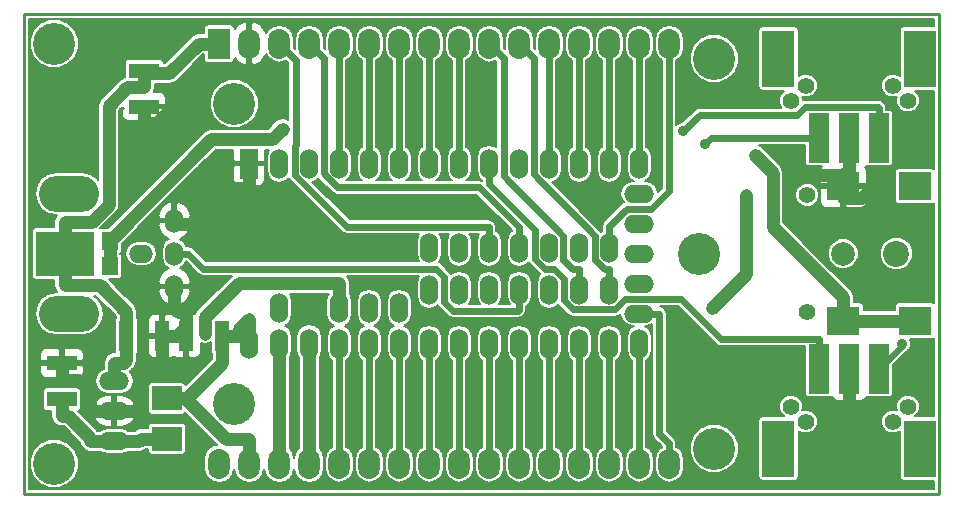
<source format=gbl>
G04 #@! TF.FileFunction,Copper,L2,Bot,Signal*
%FSLAX46Y46*%
G04 Gerber Fmt 4.6, Leading zero omitted, Abs format (unit mm)*
G04 Created by KiCad (PCBNEW 4.1.0-alpha+201607150317+6980~46~ubuntu16.04.1-product) date Fri Jul 15 13:36:51 2016*
%MOMM*%
%LPD*%
G01*
G04 APERTURE LIST*
%ADD10C,0.100000*%
%ADD11C,0.228600*%
%ADD12O,1.854200X2.540000*%
%ADD13R,1.854200X2.540000*%
%ADD14C,3.556000*%
%ADD15R,1.270000X2.540000*%
%ADD16R,2.540000X1.270000*%
%ADD17R,2.800000X2.400000*%
%ADD18C,2.000000*%
%ADD19C,2.200000*%
%ADD20R,1.778000X4.191000*%
%ADD21C,1.397000*%
%ADD22R,2.794000X4.826000*%
%ADD23O,2.540000X1.524000*%
%ADD24O,5.080000X3.048000*%
%ADD25O,2.032000X1.524000*%
%ADD26O,1.524000X2.032000*%
%ADD27R,2.500000X2.000000*%
%ADD28R,4.960000X3.800000*%
%ADD29R,1.440000X1.600000*%
%ADD30R,1.524000X2.540000*%
%ADD31O,1.524000X2.540000*%
%ADD32C,0.889000*%
%ADD33C,1.066800*%
%ADD34C,0.609600*%
%ADD35C,0.203200*%
G04 APERTURE END LIST*
D10*
D11*
X137160000Y-79375000D02*
X59690000Y-79375000D01*
X137160000Y-120015000D02*
X137160000Y-79375000D01*
X59690000Y-120015000D02*
X137160000Y-120015000D01*
X59690000Y-79375000D02*
X59690000Y-120015000D01*
D12*
X78740000Y-81915000D03*
X81280000Y-81915000D03*
D13*
X76200000Y-81915000D03*
D12*
X83820000Y-81915000D03*
X86360000Y-81915000D03*
X88900000Y-81915000D03*
X91440000Y-81915000D03*
X93980000Y-81915000D03*
X96520000Y-81915000D03*
X99060000Y-81915000D03*
X101600000Y-81915000D03*
X104140000Y-81915000D03*
X106680000Y-81915000D03*
X109220000Y-81915000D03*
X111760000Y-81915000D03*
X114300000Y-81915000D03*
X114300000Y-117475000D03*
X111760000Y-117475000D03*
X109220000Y-117475000D03*
X106680000Y-117475000D03*
X104140000Y-117475000D03*
X101600000Y-117475000D03*
X99060000Y-117475000D03*
X96520000Y-117475000D03*
X93980000Y-117475000D03*
X91440000Y-117475000D03*
X88900000Y-117475000D03*
X86360000Y-117475000D03*
X83820000Y-117475000D03*
X81280000Y-117475000D03*
X78740000Y-117475000D03*
X76200000Y-117475000D03*
D14*
X77470000Y-86995000D03*
X77470000Y-112395000D03*
X118110000Y-116205000D03*
X118110000Y-83185000D03*
D15*
X68326000Y-106680000D03*
X71374000Y-106680000D03*
D16*
X62865000Y-112014000D03*
X62865000Y-108966000D03*
D17*
X129030000Y-105395000D03*
X135130000Y-105395000D03*
X129030000Y-93995000D03*
X135130000Y-93995000D03*
D18*
X129030000Y-99695000D03*
D19*
X133530000Y-99695000D03*
D20*
X132080000Y-89916000D03*
X129540000Y-89916000D03*
X127000000Y-89916000D03*
D21*
X134493000Y-86741000D03*
X124587000Y-86741000D03*
D22*
X135534400Y-83185000D03*
X123545600Y-83185000D03*
D21*
X125984000Y-94742000D03*
X125984000Y-104648000D03*
D20*
X127000000Y-109474000D03*
X129540000Y-109474000D03*
X132080000Y-109474000D03*
D21*
X124587000Y-112649000D03*
X134493000Y-112649000D03*
D22*
X123545600Y-116205000D03*
X135534400Y-116205000D03*
D23*
X67310000Y-113030000D03*
X67310000Y-115570000D03*
X67310000Y-110490000D03*
D24*
X63500000Y-104775000D03*
X63500000Y-94615000D03*
D25*
X69596000Y-99695000D03*
D26*
X72390000Y-99695000D03*
X72390000Y-96901000D03*
X72390000Y-102489000D03*
D27*
X71755000Y-115365000D03*
X71755000Y-111965000D03*
D21*
X125857000Y-85471000D03*
X133223000Y-85471000D03*
X133223000Y-113919000D03*
X125857000Y-113919000D03*
D28*
X63115000Y-99695000D03*
D29*
X66915000Y-100760000D03*
X66915000Y-98630000D03*
D14*
X116840000Y-99695000D03*
X62230000Y-117475000D03*
X62230000Y-81915000D03*
D30*
X78740000Y-92075000D03*
D31*
X81280000Y-92075000D03*
X83820000Y-92075000D03*
X86360000Y-92075000D03*
X88900000Y-92075000D03*
X91440000Y-92075000D03*
X93980000Y-92075000D03*
X96520000Y-92075000D03*
X99060000Y-92075000D03*
X101600000Y-92075000D03*
X104140000Y-92075000D03*
X106680000Y-92075000D03*
X109220000Y-92075000D03*
X111760000Y-92075000D03*
X111760000Y-107315000D03*
X109220000Y-107315000D03*
X106680000Y-107315000D03*
X104140000Y-107315000D03*
X101600000Y-107315000D03*
X99060000Y-107315000D03*
X96520000Y-107315000D03*
X93980000Y-107315000D03*
X91440000Y-107315000D03*
X88900000Y-107315000D03*
X86360000Y-107315000D03*
X83820000Y-107315000D03*
X81280000Y-107315000D03*
X78740000Y-107315000D03*
D23*
X111760000Y-104775000D03*
X111760000Y-102235000D03*
X111760000Y-99695000D03*
X111760000Y-97155000D03*
X111760000Y-94615000D03*
D31*
X81280000Y-104267000D03*
X86360000Y-104267000D03*
X88900000Y-104267000D03*
X91440000Y-104267000D03*
X93980000Y-102743000D03*
X93980000Y-99187000D03*
X96520000Y-102743000D03*
X96520000Y-99187000D03*
X99060000Y-99187000D03*
X101600000Y-99187000D03*
X104140000Y-99187000D03*
X106680000Y-99187000D03*
X109220000Y-99187000D03*
X99060000Y-102743000D03*
X101600000Y-102743000D03*
X104140000Y-102743000D03*
X106680000Y-102743000D03*
X109220000Y-102743000D03*
D16*
X69850000Y-84201000D03*
X69850000Y-87249000D03*
D15*
X76454000Y-106680000D03*
X73406000Y-106680000D03*
D32*
X81563000Y-89119800D03*
X121531100Y-91334700D03*
X130810000Y-113540100D03*
X132841500Y-92799200D03*
X71849000Y-87731300D03*
X123679300Y-91334700D03*
X115477700Y-89333100D03*
X117342800Y-90395800D03*
X134033400Y-107337300D03*
X117943900Y-104297300D03*
X120831700Y-94702800D03*
X74972600Y-106483600D03*
D33*
X135130000Y-105395000D02*
X132942300Y-105395000D01*
X132942300Y-105395000D02*
X129030000Y-105395000D01*
X129030000Y-105395000D02*
X129030000Y-103407300D01*
X66915000Y-100760000D02*
X66915000Y-98630000D01*
X80665600Y-90017200D02*
X81563000Y-89119800D01*
X75527800Y-90017200D02*
X80665600Y-90017200D01*
X66915000Y-98630000D02*
X75527800Y-90017200D01*
X123054800Y-92858400D02*
X121531100Y-91334700D01*
X123054800Y-97432100D02*
X123054800Y-92858400D01*
X129030000Y-103407300D02*
X123054800Y-97432100D01*
X64287700Y-110388700D02*
X62865000Y-110388700D01*
X65252300Y-111353300D02*
X64287700Y-110388700D01*
X65252300Y-113030000D02*
X65252300Y-111353300D01*
X62865000Y-108966000D02*
X62865000Y-110388700D01*
X66922700Y-113030000D02*
X65252300Y-113030000D01*
X66922700Y-113030000D02*
X67310000Y-113030000D01*
X129627100Y-112357200D02*
X130810000Y-113540100D01*
X129540000Y-112357200D02*
X129627100Y-112357200D01*
X129540000Y-109474000D02*
X129540000Y-112357200D01*
X72719600Y-104622300D02*
X73406000Y-104622300D01*
X72390000Y-104292700D02*
X72719600Y-104622300D01*
X72390000Y-102235000D02*
X72390000Y-104292700D01*
X67310000Y-113030000D02*
X69367700Y-113030000D01*
X71374000Y-106680000D02*
X71374000Y-108737700D01*
X73406000Y-106680000D02*
X73406000Y-105881800D01*
X73406000Y-105881800D02*
X73406000Y-104622300D01*
X72796700Y-106491100D02*
X72796700Y-106680000D01*
X73406000Y-105881800D02*
X72796700Y-106491100D01*
X71374000Y-106680000D02*
X72796700Y-106680000D01*
X69367700Y-110744000D02*
X71374000Y-108737700D01*
X69367700Y-113030000D02*
X69367700Y-110744000D01*
X129540000Y-89916000D02*
X129540000Y-92799200D01*
X129258300Y-92799200D02*
X129030000Y-93027500D01*
X129540000Y-92799200D02*
X129258300Y-92799200D01*
X129030000Y-93511200D02*
X129030000Y-93027500D01*
X129030000Y-93511200D02*
X129030000Y-93995000D01*
X129030000Y-93995000D02*
X129030000Y-94988800D01*
X130651900Y-94988800D02*
X132841500Y-92799200D01*
X129030000Y-94988800D02*
X130651900Y-94988800D01*
X69850000Y-87249000D02*
X69850000Y-88671700D01*
X70908600Y-88671700D02*
X71849000Y-87731300D01*
X69850000Y-88671700D02*
X70908600Y-88671700D01*
X125372100Y-93027500D02*
X123679300Y-91334700D01*
X129030000Y-93027500D02*
X125372100Y-93027500D01*
X76962000Y-94132700D02*
X73939700Y-97155000D01*
X78740000Y-94132700D02*
X76962000Y-94132700D01*
X78740000Y-92075000D02*
X78740000Y-94132700D01*
X72390000Y-97155000D02*
X73939700Y-97155000D01*
D34*
X131950600Y-87261300D02*
X132080000Y-87390700D01*
X125769000Y-87261300D02*
X131950600Y-87261300D01*
X125085600Y-87944700D02*
X125769000Y-87261300D01*
X116866100Y-87944700D02*
X125085600Y-87944700D01*
X115477700Y-89333100D02*
X116866100Y-87944700D01*
X132080000Y-89916000D02*
X132080000Y-87390700D01*
X117822600Y-89916000D02*
X117342800Y-90395800D01*
X127000000Y-89916000D02*
X117822600Y-89916000D01*
X118678100Y-106948700D02*
X127000000Y-106948700D01*
X115292000Y-103562600D02*
X118678100Y-106948700D01*
X110578500Y-103562600D02*
X115292000Y-103562600D01*
X109715100Y-104426000D02*
X110578500Y-103562600D01*
X106168400Y-104426000D02*
X109715100Y-104426000D01*
X105410000Y-103667600D02*
X106168400Y-104426000D01*
X105410000Y-101836700D02*
X105410000Y-103667600D01*
X104538300Y-100965000D02*
X105410000Y-101836700D01*
X103753700Y-100965000D02*
X104538300Y-100965000D01*
X102971200Y-100182500D02*
X103753700Y-100965000D01*
X102971200Y-97686000D02*
X102971200Y-100182500D01*
X99060000Y-93774800D02*
X102971200Y-97686000D01*
X99060000Y-92075000D02*
X99060000Y-93774800D01*
X127000000Y-109474000D02*
X127000000Y-106948700D01*
X134033400Y-107520600D02*
X134033400Y-107337300D01*
X132080000Y-109474000D02*
X134033400Y-107520600D01*
D33*
X67310000Y-115570000D02*
X65252300Y-115570000D01*
X62865000Y-112014000D02*
X62865000Y-113436700D01*
X63388000Y-113436700D02*
X62865000Y-113436700D01*
X65252300Y-115301000D02*
X63388000Y-113436700D01*
X65252300Y-115570000D02*
X65252300Y-115301000D01*
X69572700Y-115365000D02*
X69367700Y-115570000D01*
X71755000Y-115365000D02*
X69572700Y-115365000D01*
X67310000Y-115570000D02*
X69367700Y-115570000D01*
X120831700Y-101409500D02*
X117943900Y-104297300D01*
X120831700Y-94702800D02*
X120831700Y-101409500D01*
X66086400Y-102382700D02*
X68326000Y-104622300D01*
X63115000Y-102382700D02*
X66086400Y-102382700D01*
X68326000Y-106680000D02*
X68326000Y-104622300D01*
X68123400Y-108940300D02*
X68326000Y-108737700D01*
X67310000Y-108940300D02*
X68123400Y-108940300D01*
X68326000Y-106680000D02*
X68326000Y-108737700D01*
X67310000Y-110490000D02*
X67310000Y-108940300D01*
X63115000Y-101038800D02*
X63115000Y-102382700D01*
X63115000Y-101038800D02*
X63115000Y-99695000D01*
X68427300Y-85623700D02*
X69850000Y-85623700D01*
X66857800Y-87193200D02*
X68427300Y-85623700D01*
X66857800Y-95542700D02*
X66857800Y-87193200D01*
X65393200Y-97007300D02*
X66857800Y-95542700D01*
X63115000Y-97007300D02*
X65393200Y-97007300D01*
X63115000Y-99695000D02*
X63115000Y-97007300D01*
X69850000Y-84645400D02*
X69850000Y-85623700D01*
X69850000Y-84645400D02*
X69850000Y-84429200D01*
X69850000Y-84201000D02*
X69850000Y-84429200D01*
X71971000Y-84429200D02*
X74485200Y-81915000D01*
X69850000Y-84429200D02*
X71971000Y-84429200D01*
X76200000Y-81915000D02*
X74485200Y-81915000D01*
X71755000Y-111965000D02*
X73462400Y-111965000D01*
X78740000Y-117475000D02*
X78740000Y-115417300D01*
X77876700Y-106120600D02*
X77876700Y-106680000D01*
X78740000Y-105257300D02*
X77876700Y-106120600D01*
X78740000Y-107315000D02*
X78740000Y-105257300D01*
X76454000Y-106680000D02*
X77876700Y-106680000D01*
X76793600Y-115417300D02*
X78740000Y-115417300D01*
X73462400Y-112086100D02*
X76793600Y-115417300D01*
X73462400Y-111965000D02*
X73462400Y-112086100D01*
X76454000Y-108973400D02*
X76454000Y-106680000D01*
X73462400Y-111965000D02*
X76454000Y-108973400D01*
D34*
X86360000Y-92075000D02*
X86360000Y-81915000D01*
X88900000Y-83614800D02*
X88900000Y-90375200D01*
X88900000Y-81915000D02*
X88900000Y-83614800D01*
X88900000Y-92075000D02*
X88900000Y-90375200D01*
X91440000Y-83614800D02*
X91440000Y-90375200D01*
X91440000Y-81915000D02*
X91440000Y-83614800D01*
X91440000Y-92075000D02*
X91440000Y-90375200D01*
X93980000Y-92075000D02*
X93980000Y-81915000D01*
X96520000Y-92075000D02*
X96520000Y-81915000D01*
X104140000Y-92075000D02*
X104140000Y-81915000D01*
X106680000Y-92075000D02*
X106680000Y-81915000D01*
X109220000Y-90375200D02*
X109220000Y-83614800D01*
X109220000Y-92075000D02*
X109220000Y-90375200D01*
X109220000Y-81915000D02*
X109220000Y-83614800D01*
X111760000Y-92075000D02*
X111760000Y-81915000D01*
X113459800Y-114935000D02*
X114300000Y-115775200D01*
X113459800Y-104775000D02*
X113459800Y-114935000D01*
X111760000Y-104775000D02*
X113459800Y-104775000D01*
X114300000Y-117475000D02*
X114300000Y-115775200D01*
X111760000Y-117475000D02*
X111760000Y-115775200D01*
X111760000Y-107315000D02*
X111760000Y-115775200D01*
X109220000Y-107315000D02*
X109220000Y-117475000D01*
X106680000Y-107315000D02*
X106680000Y-117475000D01*
X104140000Y-107315000D02*
X104140000Y-117475000D01*
X101600000Y-107315000D02*
X101600000Y-117475000D01*
X99060000Y-107315000D02*
X99060000Y-117475000D01*
X96520000Y-107315000D02*
X96520000Y-117475000D01*
X93980000Y-107315000D02*
X93980000Y-117475000D01*
X91440000Y-107315000D02*
X91440000Y-117475000D01*
X88900000Y-107315000D02*
X88900000Y-117475000D01*
X86360000Y-107315000D02*
X86360000Y-117475000D01*
D33*
X83820000Y-107315000D02*
X83820000Y-117475000D01*
X81280000Y-117475000D02*
X81280000Y-115417300D01*
X81280000Y-107315000D02*
X81280000Y-109372700D01*
X81280000Y-115417300D02*
X81280000Y-109372700D01*
X77864500Y-102209300D02*
X86360000Y-102209300D01*
X74972600Y-105101200D02*
X77864500Y-102209300D01*
X74972600Y-106483600D02*
X74972600Y-105101200D01*
X86360000Y-104775000D02*
X86360000Y-102209300D01*
D34*
X82664900Y-83299900D02*
X81280000Y-81915000D01*
X82664900Y-90500300D02*
X82664900Y-83299900D01*
X82610600Y-90554600D02*
X82664900Y-90500300D01*
X82610600Y-93032900D02*
X82610600Y-90554600D01*
X86989600Y-97411900D02*
X82610600Y-93032900D01*
X98984700Y-97411900D02*
X86989600Y-97411900D01*
X99060000Y-97487200D02*
X98984700Y-97411900D01*
X99060000Y-99695000D02*
X99060000Y-97487200D01*
X85026100Y-83121100D02*
X83820000Y-81915000D01*
X85026100Y-92911900D02*
X85026100Y-83121100D01*
X86206000Y-94091800D02*
X85026100Y-92911900D01*
X98204600Y-94091800D02*
X86206000Y-94091800D01*
X101600000Y-97487200D02*
X98204600Y-94091800D01*
X101600000Y-99695000D02*
X101600000Y-97487200D01*
X100266100Y-83121100D02*
X99060000Y-81915000D01*
X100266100Y-93110600D02*
X100266100Y-83121100D01*
X105340500Y-98185000D02*
X100266100Y-93110600D01*
X105340500Y-100232300D02*
X105340500Y-98185000D01*
X106151400Y-101043200D02*
X105340500Y-100232300D01*
X106680000Y-101043200D02*
X106151400Y-101043200D01*
X106680000Y-102235000D02*
X106680000Y-101043200D01*
X102806100Y-83121100D02*
X101600000Y-81915000D01*
X102806100Y-92980000D02*
X102806100Y-83121100D01*
X108028200Y-98202100D02*
X102806100Y-92980000D01*
X108028200Y-100223900D02*
X108028200Y-98202100D01*
X108847500Y-101043200D02*
X108028200Y-100223900D01*
X109220000Y-101043200D02*
X108847500Y-101043200D01*
X109220000Y-102235000D02*
X109220000Y-101043200D01*
X109220000Y-97377900D02*
X109220000Y-99695000D01*
X110712900Y-95885000D02*
X109220000Y-97377900D01*
X112790500Y-95885000D02*
X110712900Y-95885000D01*
X114300000Y-94375500D02*
X112790500Y-95885000D01*
X114300000Y-83614800D02*
X114300000Y-94375500D01*
X114300000Y-81915000D02*
X114300000Y-83614800D01*
X74851800Y-100965000D02*
X73581800Y-99695000D01*
X94567000Y-100965000D02*
X74851800Y-100965000D01*
X95247200Y-101645200D02*
X94567000Y-100965000D01*
X95247200Y-103813900D02*
X95247200Y-101645200D01*
X95969400Y-104536100D02*
X95247200Y-103813900D01*
X101506700Y-104536100D02*
X95969400Y-104536100D01*
X101600000Y-104442800D02*
X101506700Y-104536100D01*
X101600000Y-102235000D02*
X101600000Y-104442800D01*
X72390000Y-99695000D02*
X73581800Y-99695000D01*
D35*
G36*
X136740900Y-80461229D02*
X134137400Y-80461229D01*
X134018473Y-80484885D01*
X133917652Y-80552252D01*
X133850285Y-80653073D01*
X133826629Y-80772000D01*
X133826629Y-84655563D01*
X133792066Y-84620939D01*
X133423444Y-84467874D01*
X133024307Y-84467526D01*
X132655419Y-84619948D01*
X132372939Y-84901934D01*
X132219874Y-85270556D01*
X132219526Y-85669693D01*
X132371948Y-86038581D01*
X132653934Y-86321061D01*
X133022556Y-86474126D01*
X133421693Y-86474474D01*
X133537117Y-86426781D01*
X133489874Y-86540556D01*
X133489526Y-86939693D01*
X133641948Y-87308581D01*
X133923934Y-87591061D01*
X134292556Y-87744126D01*
X134691693Y-87744474D01*
X135060581Y-87592052D01*
X135343061Y-87310066D01*
X135496126Y-86941444D01*
X135496474Y-86542307D01*
X135344052Y-86173419D01*
X135079867Y-85908771D01*
X136740900Y-85908771D01*
X136740900Y-92569340D01*
X136648927Y-92507885D01*
X136530000Y-92484229D01*
X133730000Y-92484229D01*
X133611073Y-92507885D01*
X133510252Y-92575252D01*
X133442885Y-92676073D01*
X133419229Y-92795000D01*
X133419229Y-95195000D01*
X133442885Y-95313927D01*
X133510252Y-95414748D01*
X133611073Y-95482115D01*
X133730000Y-95505771D01*
X136530000Y-95505771D01*
X136648927Y-95482115D01*
X136740900Y-95420660D01*
X136740900Y-103908243D01*
X136668748Y-103860033D01*
X136530000Y-103832434D01*
X133730000Y-103832434D01*
X133591252Y-103860033D01*
X133473627Y-103938627D01*
X133395033Y-104056252D01*
X133367434Y-104195000D01*
X133367434Y-104506000D01*
X130792566Y-104506000D01*
X130792566Y-104195000D01*
X130764967Y-104056252D01*
X130686373Y-103938627D01*
X130568748Y-103860033D01*
X130430000Y-103832434D01*
X129919000Y-103832434D01*
X129919000Y-103407300D01*
X129851329Y-103067094D01*
X129658618Y-102778682D01*
X126833338Y-99953402D01*
X127724974Y-99953402D01*
X127923199Y-100433144D01*
X128289925Y-100800511D01*
X128769320Y-100999573D01*
X129288402Y-101000026D01*
X129768144Y-100801801D01*
X130135511Y-100435075D01*
X130327295Y-99973206D01*
X132124956Y-99973206D01*
X132338374Y-100489716D01*
X132733206Y-100885237D01*
X133249342Y-101099556D01*
X133808206Y-101100044D01*
X134324716Y-100886626D01*
X134720237Y-100491794D01*
X134934556Y-99975658D01*
X134935044Y-99416794D01*
X134721626Y-98900284D01*
X134326794Y-98504763D01*
X133810658Y-98290444D01*
X133251794Y-98289956D01*
X132735284Y-98503374D01*
X132339763Y-98898206D01*
X132125444Y-99414342D01*
X132124956Y-99973206D01*
X130327295Y-99973206D01*
X130334573Y-99955680D01*
X130335026Y-99436598D01*
X130136801Y-98956856D01*
X129770075Y-98589489D01*
X129290680Y-98390427D01*
X128771598Y-98389974D01*
X128291856Y-98588199D01*
X127924489Y-98954925D01*
X127725427Y-99434320D01*
X127724974Y-99953402D01*
X126833338Y-99953402D01*
X123943800Y-97063864D01*
X123943800Y-94940693D01*
X124980526Y-94940693D01*
X125132948Y-95309581D01*
X125414934Y-95592061D01*
X125783556Y-95745126D01*
X126182693Y-95745474D01*
X126551581Y-95593052D01*
X126834061Y-95311066D01*
X126987126Y-94942444D01*
X126987474Y-94543307D01*
X126886859Y-94299800D01*
X127020400Y-94299800D01*
X127020400Y-95316257D01*
X127113206Y-95540311D01*
X127284689Y-95711794D01*
X127508743Y-95804600D01*
X128725200Y-95804600D01*
X128877600Y-95652200D01*
X128877600Y-94147400D01*
X129182400Y-94147400D01*
X129182400Y-95652200D01*
X129334800Y-95804600D01*
X130551257Y-95804600D01*
X130775311Y-95711794D01*
X130946794Y-95540311D01*
X131039600Y-95316257D01*
X131039600Y-94299800D01*
X130887200Y-94147400D01*
X129182400Y-94147400D01*
X128877600Y-94147400D01*
X127172800Y-94147400D01*
X127020400Y-94299800D01*
X126886859Y-94299800D01*
X126835052Y-94174419D01*
X126553066Y-93891939D01*
X126184444Y-93738874D01*
X125785307Y-93738526D01*
X125416419Y-93890948D01*
X125133939Y-94172934D01*
X124980874Y-94541556D01*
X124980526Y-94940693D01*
X123943800Y-94940693D01*
X123943800Y-92858400D01*
X123876129Y-92518194D01*
X123683418Y-92229782D01*
X122159718Y-90706082D01*
X121889607Y-90525600D01*
X125800229Y-90525600D01*
X125800229Y-92011500D01*
X125823885Y-92130427D01*
X125891252Y-92231248D01*
X125992073Y-92298615D01*
X126111000Y-92322271D01*
X127240624Y-92322271D01*
X127113206Y-92449689D01*
X127020400Y-92673743D01*
X127020400Y-93690200D01*
X127172800Y-93842600D01*
X128877600Y-93842600D01*
X128877600Y-93822600D01*
X129182400Y-93822600D01*
X129182400Y-93842600D01*
X130887200Y-93842600D01*
X131039600Y-93690200D01*
X131039600Y-92673743D01*
X130946794Y-92449689D01*
X130899855Y-92402750D01*
X130945794Y-92356811D01*
X130992048Y-92245144D01*
X131072073Y-92298615D01*
X131191000Y-92322271D01*
X132969000Y-92322271D01*
X133087927Y-92298615D01*
X133188748Y-92231248D01*
X133256115Y-92130427D01*
X133279771Y-92011500D01*
X133279771Y-87820500D01*
X133256115Y-87701573D01*
X133188748Y-87600752D01*
X133087927Y-87533385D01*
X132969000Y-87509729D01*
X132689600Y-87509729D01*
X132689600Y-87390700D01*
X132643197Y-87157416D01*
X132511052Y-86959648D01*
X132381652Y-86830248D01*
X132183884Y-86698103D01*
X131950600Y-86651700D01*
X125769000Y-86651700D01*
X125590348Y-86687236D01*
X125590474Y-86542307D01*
X125542781Y-86426883D01*
X125656556Y-86474126D01*
X126055693Y-86474474D01*
X126424581Y-86322052D01*
X126707061Y-86040066D01*
X126860126Y-85671444D01*
X126860474Y-85272307D01*
X126708052Y-84903419D01*
X126426066Y-84620939D01*
X126057444Y-84467874D01*
X125658307Y-84467526D01*
X125289419Y-84619948D01*
X125253371Y-84655933D01*
X125253371Y-80772000D01*
X125229715Y-80653073D01*
X125162348Y-80552252D01*
X125061527Y-80484885D01*
X124942600Y-80461229D01*
X122148600Y-80461229D01*
X122029673Y-80484885D01*
X121928852Y-80552252D01*
X121861485Y-80653073D01*
X121837829Y-80772000D01*
X121837829Y-85598000D01*
X121861485Y-85716927D01*
X121928852Y-85817748D01*
X122029673Y-85885115D01*
X122148600Y-85908771D01*
X124000563Y-85908771D01*
X123736939Y-86171934D01*
X123583874Y-86540556D01*
X123583526Y-86939693D01*
X123735948Y-87308581D01*
X123762421Y-87335100D01*
X116866100Y-87335100D01*
X116632816Y-87381503D01*
X116435048Y-87513648D01*
X115364995Y-88583701D01*
X115329309Y-88583670D01*
X115053810Y-88697504D01*
X114909600Y-88841462D01*
X114909600Y-83597477D01*
X116026840Y-83597477D01*
X116343259Y-84363270D01*
X116928648Y-84949682D01*
X117693888Y-85267437D01*
X118522477Y-85268160D01*
X119288270Y-84951741D01*
X119874682Y-84366352D01*
X120192437Y-83601112D01*
X120193160Y-82772523D01*
X119876741Y-82006730D01*
X119291352Y-81420318D01*
X118526112Y-81102563D01*
X117697523Y-81101840D01*
X116931730Y-81418259D01*
X116345318Y-82003648D01*
X116027563Y-82768888D01*
X116026840Y-83597477D01*
X114909600Y-83597477D01*
X114909600Y-83334556D01*
X115171085Y-83159837D01*
X115438127Y-82760180D01*
X115531900Y-82288752D01*
X115531900Y-81541248D01*
X115438127Y-81069820D01*
X115171085Y-80670163D01*
X114771428Y-80403121D01*
X114300000Y-80309348D01*
X113828572Y-80403121D01*
X113428915Y-80670163D01*
X113161873Y-81069820D01*
X113068100Y-81541248D01*
X113068100Y-82288752D01*
X113161873Y-82760180D01*
X113428915Y-83159837D01*
X113690400Y-83334556D01*
X113690400Y-94122995D01*
X113337902Y-94475493D01*
X113284447Y-94206753D01*
X113053194Y-93860658D01*
X112707099Y-93629405D01*
X112298852Y-93548200D01*
X112244944Y-93548200D01*
X112514342Y-93368194D01*
X112745595Y-93022099D01*
X112826800Y-92613852D01*
X112826800Y-91536148D01*
X112745595Y-91127901D01*
X112514342Y-90781806D01*
X112369600Y-90685093D01*
X112369600Y-83334556D01*
X112631085Y-83159837D01*
X112898127Y-82760180D01*
X112991900Y-82288752D01*
X112991900Y-81541248D01*
X112898127Y-81069820D01*
X112631085Y-80670163D01*
X112231428Y-80403121D01*
X111760000Y-80309348D01*
X111288572Y-80403121D01*
X110888915Y-80670163D01*
X110621873Y-81069820D01*
X110528100Y-81541248D01*
X110528100Y-82288752D01*
X110621873Y-82760180D01*
X110888915Y-83159837D01*
X111150400Y-83334556D01*
X111150400Y-90685093D01*
X111005658Y-90781806D01*
X110774405Y-91127901D01*
X110693200Y-91536148D01*
X110693200Y-92613852D01*
X110774405Y-93022099D01*
X111005658Y-93368194D01*
X111275056Y-93548200D01*
X111221148Y-93548200D01*
X110812901Y-93629405D01*
X110466806Y-93860658D01*
X110235553Y-94206753D01*
X110154348Y-94615000D01*
X110235553Y-95023247D01*
X110448800Y-95342394D01*
X110281847Y-95453948D01*
X108788948Y-96946848D01*
X108656803Y-97144616D01*
X108610400Y-97377900D01*
X108610400Y-97797093D01*
X108517936Y-97858875D01*
X108484579Y-97808952D01*
X108459253Y-97771048D01*
X104330887Y-93642682D01*
X104548247Y-93599447D01*
X104894342Y-93368194D01*
X105125595Y-93022099D01*
X105206800Y-92613852D01*
X105206800Y-91536148D01*
X105125595Y-91127901D01*
X104894342Y-90781806D01*
X104749600Y-90685093D01*
X104749600Y-83334556D01*
X105011085Y-83159837D01*
X105278127Y-82760180D01*
X105371900Y-82288752D01*
X105371900Y-81541248D01*
X105448100Y-81541248D01*
X105448100Y-82288752D01*
X105541873Y-82760180D01*
X105808915Y-83159837D01*
X106070400Y-83334556D01*
X106070400Y-90685093D01*
X105925658Y-90781806D01*
X105694405Y-91127901D01*
X105613200Y-91536148D01*
X105613200Y-92613852D01*
X105694405Y-93022099D01*
X105925658Y-93368194D01*
X106271753Y-93599447D01*
X106680000Y-93680652D01*
X107088247Y-93599447D01*
X107434342Y-93368194D01*
X107665595Y-93022099D01*
X107746800Y-92613852D01*
X107746800Y-91536148D01*
X107665595Y-91127901D01*
X107434342Y-90781806D01*
X107289600Y-90685093D01*
X107289600Y-83334556D01*
X107551085Y-83159837D01*
X107818127Y-82760180D01*
X107911900Y-82288752D01*
X107911900Y-81541248D01*
X107988100Y-81541248D01*
X107988100Y-82288752D01*
X108081873Y-82760180D01*
X108348915Y-83159837D01*
X108610400Y-83334556D01*
X108610400Y-90685093D01*
X108465658Y-90781806D01*
X108234405Y-91127901D01*
X108153200Y-91536148D01*
X108153200Y-92613852D01*
X108234405Y-93022099D01*
X108465658Y-93368194D01*
X108811753Y-93599447D01*
X109220000Y-93680652D01*
X109628247Y-93599447D01*
X109974342Y-93368194D01*
X110205595Y-93022099D01*
X110286800Y-92613852D01*
X110286800Y-91536148D01*
X110205595Y-91127901D01*
X109974342Y-90781806D01*
X109829600Y-90685093D01*
X109829600Y-83334556D01*
X110091085Y-83159837D01*
X110358127Y-82760180D01*
X110451900Y-82288752D01*
X110451900Y-81541248D01*
X110358127Y-81069820D01*
X110091085Y-80670163D01*
X109691428Y-80403121D01*
X109220000Y-80309348D01*
X108748572Y-80403121D01*
X108348915Y-80670163D01*
X108081873Y-81069820D01*
X107988100Y-81541248D01*
X107911900Y-81541248D01*
X107818127Y-81069820D01*
X107551085Y-80670163D01*
X107151428Y-80403121D01*
X106680000Y-80309348D01*
X106208572Y-80403121D01*
X105808915Y-80670163D01*
X105541873Y-81069820D01*
X105448100Y-81541248D01*
X105371900Y-81541248D01*
X105278127Y-81069820D01*
X105011085Y-80670163D01*
X104611428Y-80403121D01*
X104140000Y-80309348D01*
X103668572Y-80403121D01*
X103268915Y-80670163D01*
X103001873Y-81069820D01*
X102908100Y-81541248D01*
X102908100Y-82288752D01*
X102926038Y-82378934D01*
X102831900Y-82284796D01*
X102831900Y-81541248D01*
X102738127Y-81069820D01*
X102471085Y-80670163D01*
X102071428Y-80403121D01*
X101600000Y-80309348D01*
X101128572Y-80403121D01*
X100728915Y-80670163D01*
X100461873Y-81069820D01*
X100368100Y-81541248D01*
X100368100Y-82288752D01*
X100386038Y-82378934D01*
X100291900Y-82284796D01*
X100291900Y-81541248D01*
X100198127Y-81069820D01*
X99931085Y-80670163D01*
X99531428Y-80403121D01*
X99060000Y-80309348D01*
X98588572Y-80403121D01*
X98188915Y-80670163D01*
X97921873Y-81069820D01*
X97828100Y-81541248D01*
X97828100Y-82288752D01*
X97921873Y-82760180D01*
X98188915Y-83159837D01*
X98588572Y-83426879D01*
X99060000Y-83520652D01*
X99531428Y-83426879D01*
X99638339Y-83355443D01*
X99656500Y-83373604D01*
X99656500Y-90676339D01*
X99468247Y-90550553D01*
X99060000Y-90469348D01*
X98651753Y-90550553D01*
X98305658Y-90781806D01*
X98074405Y-91127901D01*
X97993200Y-91536148D01*
X97993200Y-92613852D01*
X98074405Y-93022099D01*
X98305658Y-93368194D01*
X98450400Y-93464907D01*
X98450400Y-93536966D01*
X98437884Y-93528603D01*
X98204600Y-93482200D01*
X97103720Y-93482200D01*
X97274342Y-93368194D01*
X97505595Y-93022099D01*
X97586800Y-92613852D01*
X97586800Y-91536148D01*
X97505595Y-91127901D01*
X97274342Y-90781806D01*
X97129600Y-90685093D01*
X97129600Y-83334556D01*
X97391085Y-83159837D01*
X97658127Y-82760180D01*
X97751900Y-82288752D01*
X97751900Y-81541248D01*
X97658127Y-81069820D01*
X97391085Y-80670163D01*
X96991428Y-80403121D01*
X96520000Y-80309348D01*
X96048572Y-80403121D01*
X95648915Y-80670163D01*
X95381873Y-81069820D01*
X95288100Y-81541248D01*
X95288100Y-82288752D01*
X95381873Y-82760180D01*
X95648915Y-83159837D01*
X95910400Y-83334556D01*
X95910400Y-90685093D01*
X95765658Y-90781806D01*
X95534405Y-91127901D01*
X95453200Y-91536148D01*
X95453200Y-92613852D01*
X95534405Y-93022099D01*
X95765658Y-93368194D01*
X95936280Y-93482200D01*
X94563720Y-93482200D01*
X94734342Y-93368194D01*
X94965595Y-93022099D01*
X95046800Y-92613852D01*
X95046800Y-91536148D01*
X94965595Y-91127901D01*
X94734342Y-90781806D01*
X94589600Y-90685093D01*
X94589600Y-83334556D01*
X94851085Y-83159837D01*
X95118127Y-82760180D01*
X95211900Y-82288752D01*
X95211900Y-81541248D01*
X95118127Y-81069820D01*
X94851085Y-80670163D01*
X94451428Y-80403121D01*
X93980000Y-80309348D01*
X93508572Y-80403121D01*
X93108915Y-80670163D01*
X92841873Y-81069820D01*
X92748100Y-81541248D01*
X92748100Y-82288752D01*
X92841873Y-82760180D01*
X93108915Y-83159837D01*
X93370400Y-83334556D01*
X93370400Y-90685093D01*
X93225658Y-90781806D01*
X92994405Y-91127901D01*
X92913200Y-91536148D01*
X92913200Y-92613852D01*
X92994405Y-93022099D01*
X93225658Y-93368194D01*
X93396280Y-93482200D01*
X92023720Y-93482200D01*
X92194342Y-93368194D01*
X92425595Y-93022099D01*
X92506800Y-92613852D01*
X92506800Y-91536148D01*
X92425595Y-91127901D01*
X92194342Y-90781806D01*
X92049600Y-90685093D01*
X92049600Y-83334556D01*
X92311085Y-83159837D01*
X92578127Y-82760180D01*
X92671900Y-82288752D01*
X92671900Y-81541248D01*
X92578127Y-81069820D01*
X92311085Y-80670163D01*
X91911428Y-80403121D01*
X91440000Y-80309348D01*
X90968572Y-80403121D01*
X90568915Y-80670163D01*
X90301873Y-81069820D01*
X90208100Y-81541248D01*
X90208100Y-82288752D01*
X90301873Y-82760180D01*
X90568915Y-83159837D01*
X90830400Y-83334556D01*
X90830400Y-90685093D01*
X90685658Y-90781806D01*
X90454405Y-91127901D01*
X90373200Y-91536148D01*
X90373200Y-92613852D01*
X90454405Y-93022099D01*
X90685658Y-93368194D01*
X90856280Y-93482200D01*
X89483720Y-93482200D01*
X89654342Y-93368194D01*
X89885595Y-93022099D01*
X89966800Y-92613852D01*
X89966800Y-91536148D01*
X89885595Y-91127901D01*
X89654342Y-90781806D01*
X89509600Y-90685093D01*
X89509600Y-83334556D01*
X89771085Y-83159837D01*
X90038127Y-82760180D01*
X90131900Y-82288752D01*
X90131900Y-81541248D01*
X90038127Y-81069820D01*
X89771085Y-80670163D01*
X89371428Y-80403121D01*
X88900000Y-80309348D01*
X88428572Y-80403121D01*
X88028915Y-80670163D01*
X87761873Y-81069820D01*
X87668100Y-81541248D01*
X87668100Y-82288752D01*
X87761873Y-82760180D01*
X88028915Y-83159837D01*
X88290400Y-83334556D01*
X88290400Y-90685093D01*
X88145658Y-90781806D01*
X87914405Y-91127901D01*
X87833200Y-91536148D01*
X87833200Y-92613852D01*
X87914405Y-93022099D01*
X88145658Y-93368194D01*
X88316280Y-93482200D01*
X86943720Y-93482200D01*
X87114342Y-93368194D01*
X87345595Y-93022099D01*
X87426800Y-92613852D01*
X87426800Y-91536148D01*
X87345595Y-91127901D01*
X87114342Y-90781806D01*
X86969600Y-90685093D01*
X86969600Y-83334556D01*
X87231085Y-83159837D01*
X87498127Y-82760180D01*
X87591900Y-82288752D01*
X87591900Y-81541248D01*
X87498127Y-81069820D01*
X87231085Y-80670163D01*
X86831428Y-80403121D01*
X86360000Y-80309348D01*
X85888572Y-80403121D01*
X85488915Y-80670163D01*
X85221873Y-81069820D01*
X85128100Y-81541248D01*
X85128100Y-82288752D01*
X85146038Y-82378934D01*
X85051900Y-82284796D01*
X85051900Y-81541248D01*
X84958127Y-81069820D01*
X84691085Y-80670163D01*
X84291428Y-80403121D01*
X83820000Y-80309348D01*
X83348572Y-80403121D01*
X82948915Y-80670163D01*
X82681873Y-81069820D01*
X82588100Y-81541248D01*
X82588100Y-82288752D01*
X82606038Y-82378934D01*
X82511900Y-82284795D01*
X82511900Y-81541248D01*
X82418127Y-81069820D01*
X82151085Y-80670163D01*
X81751428Y-80403121D01*
X81280000Y-80309348D01*
X80808572Y-80403121D01*
X80408915Y-80670163D01*
X80161414Y-81040575D01*
X80101405Y-80843231D01*
X79718848Y-80377726D01*
X79187270Y-80094053D01*
X79129731Y-80085643D01*
X78892400Y-80196215D01*
X78892400Y-81762600D01*
X78912400Y-81762600D01*
X78912400Y-82067400D01*
X78892400Y-82067400D01*
X78892400Y-83633785D01*
X79129731Y-83744357D01*
X79187270Y-83735947D01*
X79718848Y-83452274D01*
X80101405Y-82986769D01*
X80161414Y-82789425D01*
X80408915Y-83159837D01*
X80808572Y-83426879D01*
X81280000Y-83520652D01*
X81751428Y-83426879D01*
X81858339Y-83355444D01*
X82055300Y-83552405D01*
X82055300Y-88400097D01*
X81903205Y-88298471D01*
X81563000Y-88230800D01*
X81222794Y-88298471D01*
X80934382Y-88491182D01*
X80297364Y-89128200D01*
X75527800Y-89128200D01*
X75187595Y-89195870D01*
X74899182Y-89388582D01*
X66768535Y-97519229D01*
X66195000Y-97519229D01*
X66124480Y-97533256D01*
X67486418Y-96171318D01*
X67487696Y-96169405D01*
X67679129Y-95882906D01*
X67746800Y-95542700D01*
X67746800Y-87561436D01*
X67970400Y-87337836D01*
X67970400Y-87401402D01*
X68122798Y-87401402D01*
X67970400Y-87553800D01*
X67970400Y-88005257D01*
X68063206Y-88229311D01*
X68234689Y-88400794D01*
X68458743Y-88493600D01*
X69545200Y-88493600D01*
X69697600Y-88341200D01*
X69697600Y-87401400D01*
X70002400Y-87401400D01*
X70002400Y-88341200D01*
X70154800Y-88493600D01*
X71241257Y-88493600D01*
X71465311Y-88400794D01*
X71636794Y-88229311D01*
X71729600Y-88005257D01*
X71729600Y-87553800D01*
X71583277Y-87407477D01*
X75386840Y-87407477D01*
X75703259Y-88173270D01*
X76288648Y-88759682D01*
X77053888Y-89077437D01*
X77882477Y-89078160D01*
X78648270Y-88761741D01*
X79234682Y-88176352D01*
X79552437Y-87411112D01*
X79553160Y-86582523D01*
X79236741Y-85816730D01*
X78651352Y-85230318D01*
X77886112Y-84912563D01*
X77057523Y-84911840D01*
X76291730Y-85228259D01*
X75705318Y-85813648D01*
X75387563Y-86578888D01*
X75386840Y-87407477D01*
X71583277Y-87407477D01*
X71577200Y-87401400D01*
X70002400Y-87401400D01*
X69697600Y-87401400D01*
X69677600Y-87401400D01*
X69677600Y-87096600D01*
X69697600Y-87096600D01*
X69697600Y-87076600D01*
X70002400Y-87076600D01*
X70002400Y-87096600D01*
X71577200Y-87096600D01*
X71729600Y-86944200D01*
X71729600Y-86492743D01*
X71636794Y-86268689D01*
X71465311Y-86097206D01*
X71241257Y-86004400D01*
X70644272Y-86004400D01*
X70671329Y-85963906D01*
X70739000Y-85623700D01*
X70739000Y-85318200D01*
X71971000Y-85318200D01*
X72311206Y-85250529D01*
X72599618Y-85057818D01*
X74853436Y-82804000D01*
X74910334Y-82804000D01*
X74910334Y-83185000D01*
X74937933Y-83323748D01*
X75016527Y-83441373D01*
X75134152Y-83519967D01*
X75272900Y-83547566D01*
X77127100Y-83547566D01*
X77265848Y-83519967D01*
X77383473Y-83441373D01*
X77462067Y-83323748D01*
X77489666Y-83185000D01*
X77489666Y-83121923D01*
X77761152Y-83452274D01*
X78292730Y-83735947D01*
X78350269Y-83744357D01*
X78587600Y-83633785D01*
X78587600Y-82067400D01*
X78567600Y-82067400D01*
X78567600Y-81762600D01*
X78587600Y-81762600D01*
X78587600Y-80196215D01*
X78350269Y-80085643D01*
X78292730Y-80094053D01*
X77761152Y-80377726D01*
X77489666Y-80708077D01*
X77489666Y-80645000D01*
X77462067Y-80506252D01*
X77383473Y-80388627D01*
X77265848Y-80310033D01*
X77127100Y-80282434D01*
X75272900Y-80282434D01*
X75134152Y-80310033D01*
X75016527Y-80388627D01*
X74937933Y-80506252D01*
X74910334Y-80645000D01*
X74910334Y-81026000D01*
X74485200Y-81026000D01*
X74144994Y-81093671D01*
X73856582Y-81286382D01*
X71602764Y-83540200D01*
X71477434Y-83540200D01*
X71454967Y-83427252D01*
X71376373Y-83309627D01*
X71258748Y-83231033D01*
X71120000Y-83203434D01*
X68580000Y-83203434D01*
X68441252Y-83231033D01*
X68323627Y-83309627D01*
X68245033Y-83427252D01*
X68217434Y-83566000D01*
X68217434Y-84776445D01*
X68087094Y-84802371D01*
X67829114Y-84974748D01*
X67798682Y-84995082D01*
X66229182Y-86564582D01*
X66036471Y-86852994D01*
X65968800Y-87193200D01*
X65968800Y-93477355D01*
X65864890Y-93321843D01*
X65271584Y-92925409D01*
X64571733Y-92786200D01*
X62428267Y-92786200D01*
X61728416Y-92925409D01*
X61135110Y-93321843D01*
X60738676Y-93915149D01*
X60599467Y-94615000D01*
X60738676Y-95314851D01*
X61135110Y-95908157D01*
X61728416Y-96304591D01*
X62428267Y-96443800D01*
X62442871Y-96443800D01*
X62293671Y-96667094D01*
X62226000Y-97007300D01*
X62226000Y-97484229D01*
X60635000Y-97484229D01*
X60516073Y-97507885D01*
X60415252Y-97575252D01*
X60347885Y-97676073D01*
X60324229Y-97795000D01*
X60324229Y-101595000D01*
X60347885Y-101713927D01*
X60415252Y-101814748D01*
X60516073Y-101882115D01*
X60635000Y-101905771D01*
X62226000Y-101905771D01*
X62226000Y-102382700D01*
X62293671Y-102722906D01*
X62442871Y-102946200D01*
X62428267Y-102946200D01*
X61728416Y-103085409D01*
X61135110Y-103481843D01*
X60738676Y-104075149D01*
X60599467Y-104775000D01*
X60738676Y-105474851D01*
X61135110Y-106068157D01*
X61728416Y-106464591D01*
X62428267Y-106603800D01*
X64571733Y-106603800D01*
X65271584Y-106464591D01*
X65864890Y-106068157D01*
X66261324Y-105474851D01*
X66400533Y-104775000D01*
X66261324Y-104075149D01*
X65864890Y-103481843D01*
X65550388Y-103271700D01*
X65718164Y-103271700D01*
X67437000Y-104990536D01*
X67437000Y-105152041D01*
X67434627Y-105153627D01*
X67356033Y-105271252D01*
X67328434Y-105410000D01*
X67328434Y-107950000D01*
X67348584Y-108051300D01*
X67310000Y-108051300D01*
X66969794Y-108118971D01*
X66681382Y-108311682D01*
X66488671Y-108600094D01*
X66421000Y-108940300D01*
X66421000Y-109441851D01*
X66342466Y-109457472D01*
X65979890Y-109699737D01*
X65737625Y-110062313D01*
X65652553Y-110490000D01*
X65737625Y-110917687D01*
X65979890Y-111280263D01*
X66342466Y-111522528D01*
X66770153Y-111607600D01*
X67849847Y-111607600D01*
X68277534Y-111522528D01*
X68640110Y-111280263D01*
X68882375Y-110917687D01*
X68967447Y-110490000D01*
X68882375Y-110062313D01*
X68640110Y-109699737D01*
X68598172Y-109671715D01*
X68752018Y-109568918D01*
X68954618Y-109366318D01*
X69147330Y-109077905D01*
X69215000Y-108737700D01*
X69215000Y-108207959D01*
X69217373Y-108206373D01*
X69295967Y-108088748D01*
X69323566Y-107950000D01*
X69323566Y-106984800D01*
X70129400Y-106984800D01*
X70129400Y-108071257D01*
X70222206Y-108295311D01*
X70393689Y-108466794D01*
X70617743Y-108559600D01*
X71069200Y-108559600D01*
X71221600Y-108407200D01*
X71221600Y-106832400D01*
X71526400Y-106832400D01*
X71526400Y-108407200D01*
X71678800Y-108559600D01*
X72130257Y-108559600D01*
X72354311Y-108466794D01*
X72390000Y-108431105D01*
X72425689Y-108466794D01*
X72649743Y-108559600D01*
X73101200Y-108559600D01*
X73253600Y-108407200D01*
X73253600Y-106832400D01*
X71526400Y-106832400D01*
X71221600Y-106832400D01*
X70281800Y-106832400D01*
X70129400Y-106984800D01*
X69323566Y-106984800D01*
X69323566Y-105410000D01*
X69299447Y-105288743D01*
X70129400Y-105288743D01*
X70129400Y-106375200D01*
X70281800Y-106527600D01*
X71221600Y-106527600D01*
X71221600Y-104952800D01*
X71526400Y-104952800D01*
X71526400Y-106527600D01*
X73253600Y-106527600D01*
X73253600Y-104952800D01*
X73101200Y-104800400D01*
X72649743Y-104800400D01*
X72425689Y-104893206D01*
X72390000Y-104928895D01*
X72354311Y-104893206D01*
X72130257Y-104800400D01*
X71678800Y-104800400D01*
X71526400Y-104952800D01*
X71221600Y-104952800D01*
X71069200Y-104800400D01*
X70617743Y-104800400D01*
X70393689Y-104893206D01*
X70222206Y-105064689D01*
X70129400Y-105288743D01*
X69299447Y-105288743D01*
X69295967Y-105271252D01*
X69217373Y-105153627D01*
X69215000Y-105152041D01*
X69215000Y-104622300D01*
X69147329Y-104282094D01*
X68954618Y-103993682D01*
X67819032Y-102858096D01*
X71013837Y-102858096D01*
X71162637Y-103375970D01*
X71498292Y-103797480D01*
X71969701Y-104058454D01*
X72026239Y-104065484D01*
X72237600Y-103952637D01*
X72237600Y-102641400D01*
X72542400Y-102641400D01*
X72542400Y-103952637D01*
X72753761Y-104065484D01*
X72810299Y-104058454D01*
X73281708Y-103797480D01*
X73617363Y-103375970D01*
X73766163Y-102858096D01*
X73614825Y-102641400D01*
X72542400Y-102641400D01*
X72237600Y-102641400D01*
X71165175Y-102641400D01*
X71013837Y-102858096D01*
X67819032Y-102858096D01*
X66831707Y-101870771D01*
X67635000Y-101870771D01*
X67753927Y-101847115D01*
X67854748Y-101779748D01*
X67922115Y-101678927D01*
X67945771Y-101560000D01*
X67945771Y-99960000D01*
X67922115Y-99841073D01*
X67854748Y-99740252D01*
X67804000Y-99706343D01*
X67804000Y-99695000D01*
X68249324Y-99695000D01*
X68330529Y-100103247D01*
X68561782Y-100449342D01*
X68907877Y-100680595D01*
X69316124Y-100761800D01*
X69875876Y-100761800D01*
X70284123Y-100680595D01*
X70630218Y-100449342D01*
X70861471Y-100103247D01*
X70942676Y-99695000D01*
X70861471Y-99286753D01*
X70630218Y-98940658D01*
X70284123Y-98709405D01*
X69875876Y-98628200D01*
X69316124Y-98628200D01*
X68907877Y-98709405D01*
X68561782Y-98940658D01*
X68330529Y-99286753D01*
X68249324Y-99695000D01*
X67804000Y-99695000D01*
X67804000Y-99683657D01*
X67854748Y-99649748D01*
X67922115Y-99548927D01*
X67945771Y-99430000D01*
X67945771Y-98856465D01*
X70270332Y-96531904D01*
X71013837Y-96531904D01*
X71165175Y-96748600D01*
X72237600Y-96748600D01*
X72237600Y-95437363D01*
X72542400Y-95437363D01*
X72542400Y-96748600D01*
X73614825Y-96748600D01*
X73766163Y-96531904D01*
X73617363Y-96014030D01*
X73281708Y-95592520D01*
X72810299Y-95331546D01*
X72753761Y-95324516D01*
X72542400Y-95437363D01*
X72237600Y-95437363D01*
X72026239Y-95324516D01*
X71969701Y-95331546D01*
X71498292Y-95592520D01*
X71162637Y-96014030D01*
X71013837Y-96531904D01*
X70270332Y-96531904D01*
X74422436Y-92379800D01*
X77368400Y-92379800D01*
X77368400Y-93466257D01*
X77461206Y-93690311D01*
X77632689Y-93861794D01*
X77856743Y-93954600D01*
X78435200Y-93954600D01*
X78587600Y-93802200D01*
X78587600Y-92227400D01*
X78892400Y-92227400D01*
X78892400Y-93802200D01*
X79044800Y-93954600D01*
X79623257Y-93954600D01*
X79847311Y-93861794D01*
X80018794Y-93690311D01*
X80111600Y-93466257D01*
X80111600Y-92379800D01*
X79959200Y-92227400D01*
X78892400Y-92227400D01*
X78587600Y-92227400D01*
X77520800Y-92227400D01*
X77368400Y-92379800D01*
X74422436Y-92379800D01*
X75896036Y-90906200D01*
X77368400Y-90906200D01*
X77368400Y-91770200D01*
X77520800Y-91922600D01*
X78587600Y-91922600D01*
X78587600Y-91902600D01*
X78892400Y-91902600D01*
X78892400Y-91922600D01*
X79959200Y-91922600D01*
X80111600Y-91770200D01*
X80111600Y-90906200D01*
X80442541Y-90906200D01*
X80294405Y-91127901D01*
X80213200Y-91536148D01*
X80213200Y-92613852D01*
X80294405Y-93022099D01*
X80525658Y-93368194D01*
X80871753Y-93599447D01*
X81280000Y-93680652D01*
X81688247Y-93599447D01*
X82034342Y-93368194D01*
X82074953Y-93307415D01*
X82179548Y-93463952D01*
X86558548Y-97842952D01*
X86756316Y-97975097D01*
X86989600Y-98021500D01*
X93140336Y-98021500D01*
X92994405Y-98239901D01*
X92913200Y-98648148D01*
X92913200Y-99725852D01*
X92994405Y-100134099D01*
X93142273Y-100355400D01*
X75104304Y-100355400D01*
X74012852Y-99263948D01*
X73815084Y-99131803D01*
X73581800Y-99085400D01*
X73391214Y-99085400D01*
X73375595Y-99006877D01*
X73144342Y-98660782D01*
X72837204Y-98455559D01*
X73281708Y-98209480D01*
X73617363Y-97787970D01*
X73766163Y-97270096D01*
X73614825Y-97053400D01*
X72542400Y-97053400D01*
X72542400Y-97073400D01*
X72237600Y-97073400D01*
X72237600Y-97053400D01*
X71165175Y-97053400D01*
X71013837Y-97270096D01*
X71162637Y-97787970D01*
X71498292Y-98209480D01*
X71942796Y-98455559D01*
X71635658Y-98660782D01*
X71404405Y-99006877D01*
X71323200Y-99415124D01*
X71323200Y-99974876D01*
X71404405Y-100383123D01*
X71635658Y-100729218D01*
X71942796Y-100934441D01*
X71498292Y-101180520D01*
X71162637Y-101602030D01*
X71013837Y-102119904D01*
X71165175Y-102336600D01*
X72237600Y-102336600D01*
X72237600Y-102316600D01*
X72542400Y-102316600D01*
X72542400Y-102336600D01*
X73614825Y-102336600D01*
X73766163Y-102119904D01*
X73617363Y-101602030D01*
X73281708Y-101180520D01*
X72837204Y-100934441D01*
X73144342Y-100729218D01*
X73375595Y-100383123D01*
X73380941Y-100356245D01*
X74420748Y-101396052D01*
X74618516Y-101528197D01*
X74851800Y-101574600D01*
X77244984Y-101574600D01*
X77235882Y-101580682D01*
X74343982Y-104472582D01*
X74151271Y-104760994D01*
X74143433Y-104800400D01*
X73710800Y-104800400D01*
X73558400Y-104952800D01*
X73558400Y-106527600D01*
X73578400Y-106527600D01*
X73578400Y-106832400D01*
X73558400Y-106832400D01*
X73558400Y-108407200D01*
X73710800Y-108559600D01*
X74162257Y-108559600D01*
X74386311Y-108466794D01*
X74557794Y-108295311D01*
X74650600Y-108071257D01*
X74650600Y-107308550D01*
X74972600Y-107372600D01*
X75312806Y-107304929D01*
X75456434Y-107208960D01*
X75456434Y-107950000D01*
X75484033Y-108088748D01*
X75562627Y-108206373D01*
X75565000Y-108207959D01*
X75565000Y-108605164D01*
X73340622Y-110829542D01*
X73339967Y-110826252D01*
X73261373Y-110708627D01*
X73143748Y-110630033D01*
X73005000Y-110602434D01*
X70505000Y-110602434D01*
X70366252Y-110630033D01*
X70248627Y-110708627D01*
X70170033Y-110826252D01*
X70142434Y-110965000D01*
X70142434Y-112965000D01*
X70170033Y-113103748D01*
X70248627Y-113221373D01*
X70366252Y-113299967D01*
X70505000Y-113327566D01*
X73005000Y-113327566D01*
X73143748Y-113299967D01*
X73261373Y-113221373D01*
X73293041Y-113173977D01*
X75980315Y-115861251D01*
X75709132Y-115915193D01*
X75292994Y-116193247D01*
X75014940Y-116609385D01*
X74917300Y-117100253D01*
X74917300Y-117849747D01*
X75014940Y-118340615D01*
X75292994Y-118756753D01*
X75709132Y-119034807D01*
X76200000Y-119132447D01*
X76690868Y-119034807D01*
X77107006Y-118756753D01*
X77385060Y-118340615D01*
X77470000Y-117913594D01*
X77554940Y-118340615D01*
X77832994Y-118756753D01*
X78249132Y-119034807D01*
X78740000Y-119132447D01*
X79230868Y-119034807D01*
X79647006Y-118756753D01*
X79925060Y-118340615D01*
X80010000Y-117913594D01*
X80094940Y-118340615D01*
X80372994Y-118756753D01*
X80789132Y-119034807D01*
X81280000Y-119132447D01*
X81770868Y-119034807D01*
X82187006Y-118756753D01*
X82465060Y-118340615D01*
X82550000Y-117913594D01*
X82634940Y-118340615D01*
X82912994Y-118756753D01*
X83329132Y-119034807D01*
X83820000Y-119132447D01*
X84310868Y-119034807D01*
X84727006Y-118756753D01*
X85005060Y-118340615D01*
X85102700Y-117849747D01*
X85102700Y-117100253D01*
X85005060Y-116609385D01*
X84727006Y-116193247D01*
X84709000Y-116181216D01*
X84709000Y-108497339D01*
X84852528Y-108282534D01*
X84937600Y-107854847D01*
X84937600Y-106775153D01*
X84852528Y-106347466D01*
X84610263Y-105984890D01*
X84247687Y-105742625D01*
X83820000Y-105657553D01*
X83392313Y-105742625D01*
X83029737Y-105984890D01*
X82787472Y-106347466D01*
X82702400Y-106775153D01*
X82702400Y-107854847D01*
X82787472Y-108282534D01*
X82931000Y-108497339D01*
X82931000Y-116181216D01*
X82912994Y-116193247D01*
X82634940Y-116609385D01*
X82550000Y-117036406D01*
X82465060Y-116609385D01*
X82187006Y-116193247D01*
X82169000Y-116181216D01*
X82169000Y-108497339D01*
X82312528Y-108282534D01*
X82397600Y-107854847D01*
X82397600Y-106775153D01*
X82312528Y-106347466D01*
X82070263Y-105984890D01*
X81780085Y-105791000D01*
X82070263Y-105597110D01*
X82312528Y-105234534D01*
X82397600Y-104806847D01*
X82397600Y-103727153D01*
X82312528Y-103299466D01*
X82178113Y-103098300D01*
X85461887Y-103098300D01*
X85327472Y-103299466D01*
X85242400Y-103727153D01*
X85242400Y-104806847D01*
X85327472Y-105234534D01*
X85569737Y-105597110D01*
X85905499Y-105821459D01*
X85605658Y-106021806D01*
X85374405Y-106367901D01*
X85293200Y-106776148D01*
X85293200Y-107853852D01*
X85374405Y-108262099D01*
X85605658Y-108608194D01*
X85750400Y-108704907D01*
X85750400Y-116055444D01*
X85488915Y-116230163D01*
X85221873Y-116629820D01*
X85128100Y-117101248D01*
X85128100Y-117848752D01*
X85221873Y-118320180D01*
X85488915Y-118719837D01*
X85888572Y-118986879D01*
X86360000Y-119080652D01*
X86831428Y-118986879D01*
X87231085Y-118719837D01*
X87498127Y-118320180D01*
X87591900Y-117848752D01*
X87591900Y-117101248D01*
X87668100Y-117101248D01*
X87668100Y-117848752D01*
X87761873Y-118320180D01*
X88028915Y-118719837D01*
X88428572Y-118986879D01*
X88900000Y-119080652D01*
X89371428Y-118986879D01*
X89771085Y-118719837D01*
X90038127Y-118320180D01*
X90131900Y-117848752D01*
X90131900Y-117101248D01*
X90208100Y-117101248D01*
X90208100Y-117848752D01*
X90301873Y-118320180D01*
X90568915Y-118719837D01*
X90968572Y-118986879D01*
X91440000Y-119080652D01*
X91911428Y-118986879D01*
X92311085Y-118719837D01*
X92578127Y-118320180D01*
X92671900Y-117848752D01*
X92671900Y-117101248D01*
X92748100Y-117101248D01*
X92748100Y-117848752D01*
X92841873Y-118320180D01*
X93108915Y-118719837D01*
X93508572Y-118986879D01*
X93980000Y-119080652D01*
X94451428Y-118986879D01*
X94851085Y-118719837D01*
X95118127Y-118320180D01*
X95211900Y-117848752D01*
X95211900Y-117101248D01*
X95288100Y-117101248D01*
X95288100Y-117848752D01*
X95381873Y-118320180D01*
X95648915Y-118719837D01*
X96048572Y-118986879D01*
X96520000Y-119080652D01*
X96991428Y-118986879D01*
X97391085Y-118719837D01*
X97658127Y-118320180D01*
X97751900Y-117848752D01*
X97751900Y-117101248D01*
X97828100Y-117101248D01*
X97828100Y-117848752D01*
X97921873Y-118320180D01*
X98188915Y-118719837D01*
X98588572Y-118986879D01*
X99060000Y-119080652D01*
X99531428Y-118986879D01*
X99931085Y-118719837D01*
X100198127Y-118320180D01*
X100291900Y-117848752D01*
X100291900Y-117101248D01*
X100368100Y-117101248D01*
X100368100Y-117848752D01*
X100461873Y-118320180D01*
X100728915Y-118719837D01*
X101128572Y-118986879D01*
X101600000Y-119080652D01*
X102071428Y-118986879D01*
X102471085Y-118719837D01*
X102738127Y-118320180D01*
X102831900Y-117848752D01*
X102831900Y-117101248D01*
X102908100Y-117101248D01*
X102908100Y-117848752D01*
X103001873Y-118320180D01*
X103268915Y-118719837D01*
X103668572Y-118986879D01*
X104140000Y-119080652D01*
X104611428Y-118986879D01*
X105011085Y-118719837D01*
X105278127Y-118320180D01*
X105371900Y-117848752D01*
X105371900Y-117101248D01*
X105448100Y-117101248D01*
X105448100Y-117848752D01*
X105541873Y-118320180D01*
X105808915Y-118719837D01*
X106208572Y-118986879D01*
X106680000Y-119080652D01*
X107151428Y-118986879D01*
X107551085Y-118719837D01*
X107818127Y-118320180D01*
X107911900Y-117848752D01*
X107911900Y-117101248D01*
X107988100Y-117101248D01*
X107988100Y-117848752D01*
X108081873Y-118320180D01*
X108348915Y-118719837D01*
X108748572Y-118986879D01*
X109220000Y-119080652D01*
X109691428Y-118986879D01*
X110091085Y-118719837D01*
X110358127Y-118320180D01*
X110451900Y-117848752D01*
X110451900Y-117101248D01*
X110358127Y-116629820D01*
X110091085Y-116230163D01*
X109829600Y-116055444D01*
X109829600Y-108704907D01*
X109974342Y-108608194D01*
X110205595Y-108262099D01*
X110286800Y-107853852D01*
X110286800Y-106776148D01*
X110205595Y-106367901D01*
X109974342Y-106021806D01*
X109628247Y-105790553D01*
X109220000Y-105709348D01*
X108811753Y-105790553D01*
X108465658Y-106021806D01*
X108234405Y-106367901D01*
X108153200Y-106776148D01*
X108153200Y-107853852D01*
X108234405Y-108262099D01*
X108465658Y-108608194D01*
X108610400Y-108704907D01*
X108610400Y-116055444D01*
X108348915Y-116230163D01*
X108081873Y-116629820D01*
X107988100Y-117101248D01*
X107911900Y-117101248D01*
X107818127Y-116629820D01*
X107551085Y-116230163D01*
X107289600Y-116055444D01*
X107289600Y-108704907D01*
X107434342Y-108608194D01*
X107665595Y-108262099D01*
X107746800Y-107853852D01*
X107746800Y-106776148D01*
X107665595Y-106367901D01*
X107434342Y-106021806D01*
X107088247Y-105790553D01*
X106680000Y-105709348D01*
X106271753Y-105790553D01*
X105925658Y-106021806D01*
X105694405Y-106367901D01*
X105613200Y-106776148D01*
X105613200Y-107853852D01*
X105694405Y-108262099D01*
X105925658Y-108608194D01*
X106070400Y-108704907D01*
X106070400Y-116055444D01*
X105808915Y-116230163D01*
X105541873Y-116629820D01*
X105448100Y-117101248D01*
X105371900Y-117101248D01*
X105278127Y-116629820D01*
X105011085Y-116230163D01*
X104749600Y-116055444D01*
X104749600Y-108704907D01*
X104894342Y-108608194D01*
X105125595Y-108262099D01*
X105206800Y-107853852D01*
X105206800Y-106776148D01*
X105125595Y-106367901D01*
X104894342Y-106021806D01*
X104548247Y-105790553D01*
X104140000Y-105709348D01*
X103731753Y-105790553D01*
X103385658Y-106021806D01*
X103154405Y-106367901D01*
X103073200Y-106776148D01*
X103073200Y-107853852D01*
X103154405Y-108262099D01*
X103385658Y-108608194D01*
X103530400Y-108704907D01*
X103530400Y-116055444D01*
X103268915Y-116230163D01*
X103001873Y-116629820D01*
X102908100Y-117101248D01*
X102831900Y-117101248D01*
X102738127Y-116629820D01*
X102471085Y-116230163D01*
X102209600Y-116055444D01*
X102209600Y-108704907D01*
X102354342Y-108608194D01*
X102585595Y-108262099D01*
X102666800Y-107853852D01*
X102666800Y-106776148D01*
X102585595Y-106367901D01*
X102354342Y-106021806D01*
X102008247Y-105790553D01*
X101600000Y-105709348D01*
X101191753Y-105790553D01*
X100845658Y-106021806D01*
X100614405Y-106367901D01*
X100533200Y-106776148D01*
X100533200Y-107853852D01*
X100614405Y-108262099D01*
X100845658Y-108608194D01*
X100990400Y-108704907D01*
X100990400Y-116055444D01*
X100728915Y-116230163D01*
X100461873Y-116629820D01*
X100368100Y-117101248D01*
X100291900Y-117101248D01*
X100198127Y-116629820D01*
X99931085Y-116230163D01*
X99669600Y-116055444D01*
X99669600Y-108704907D01*
X99814342Y-108608194D01*
X100045595Y-108262099D01*
X100126800Y-107853852D01*
X100126800Y-106776148D01*
X100045595Y-106367901D01*
X99814342Y-106021806D01*
X99468247Y-105790553D01*
X99060000Y-105709348D01*
X98651753Y-105790553D01*
X98305658Y-106021806D01*
X98074405Y-106367901D01*
X97993200Y-106776148D01*
X97993200Y-107853852D01*
X98074405Y-108262099D01*
X98305658Y-108608194D01*
X98450400Y-108704907D01*
X98450400Y-116055444D01*
X98188915Y-116230163D01*
X97921873Y-116629820D01*
X97828100Y-117101248D01*
X97751900Y-117101248D01*
X97658127Y-116629820D01*
X97391085Y-116230163D01*
X97129600Y-116055444D01*
X97129600Y-108704907D01*
X97274342Y-108608194D01*
X97505595Y-108262099D01*
X97586800Y-107853852D01*
X97586800Y-106776148D01*
X97505595Y-106367901D01*
X97274342Y-106021806D01*
X96928247Y-105790553D01*
X96520000Y-105709348D01*
X96111753Y-105790553D01*
X95765658Y-106021806D01*
X95534405Y-106367901D01*
X95453200Y-106776148D01*
X95453200Y-107853852D01*
X95534405Y-108262099D01*
X95765658Y-108608194D01*
X95910400Y-108704907D01*
X95910400Y-116055444D01*
X95648915Y-116230163D01*
X95381873Y-116629820D01*
X95288100Y-117101248D01*
X95211900Y-117101248D01*
X95118127Y-116629820D01*
X94851085Y-116230163D01*
X94589600Y-116055444D01*
X94589600Y-108704907D01*
X94734342Y-108608194D01*
X94965595Y-108262099D01*
X95046800Y-107853852D01*
X95046800Y-106776148D01*
X94965595Y-106367901D01*
X94734342Y-106021806D01*
X94388247Y-105790553D01*
X93980000Y-105709348D01*
X93571753Y-105790553D01*
X93225658Y-106021806D01*
X92994405Y-106367901D01*
X92913200Y-106776148D01*
X92913200Y-107853852D01*
X92994405Y-108262099D01*
X93225658Y-108608194D01*
X93370400Y-108704907D01*
X93370400Y-116055444D01*
X93108915Y-116230163D01*
X92841873Y-116629820D01*
X92748100Y-117101248D01*
X92671900Y-117101248D01*
X92578127Y-116629820D01*
X92311085Y-116230163D01*
X92049600Y-116055444D01*
X92049600Y-108704907D01*
X92194342Y-108608194D01*
X92425595Y-108262099D01*
X92506800Y-107853852D01*
X92506800Y-106776148D01*
X92425595Y-106367901D01*
X92194342Y-106021806D01*
X91848916Y-105791000D01*
X92194342Y-105560194D01*
X92425595Y-105214099D01*
X92506800Y-104805852D01*
X92506800Y-103728148D01*
X92425595Y-103319901D01*
X92194342Y-102973806D01*
X91848247Y-102742553D01*
X91440000Y-102661348D01*
X91031753Y-102742553D01*
X90685658Y-102973806D01*
X90454405Y-103319901D01*
X90373200Y-103728148D01*
X90373200Y-104805852D01*
X90454405Y-105214099D01*
X90685658Y-105560194D01*
X91031084Y-105791000D01*
X90685658Y-106021806D01*
X90454405Y-106367901D01*
X90373200Y-106776148D01*
X90373200Y-107853852D01*
X90454405Y-108262099D01*
X90685658Y-108608194D01*
X90830400Y-108704907D01*
X90830400Y-116055444D01*
X90568915Y-116230163D01*
X90301873Y-116629820D01*
X90208100Y-117101248D01*
X90131900Y-117101248D01*
X90038127Y-116629820D01*
X89771085Y-116230163D01*
X89509600Y-116055444D01*
X89509600Y-108704907D01*
X89654342Y-108608194D01*
X89885595Y-108262099D01*
X89966800Y-107853852D01*
X89966800Y-106776148D01*
X89885595Y-106367901D01*
X89654342Y-106021806D01*
X89308916Y-105791000D01*
X89654342Y-105560194D01*
X89885595Y-105214099D01*
X89966800Y-104805852D01*
X89966800Y-103728148D01*
X89885595Y-103319901D01*
X89654342Y-102973806D01*
X89308247Y-102742553D01*
X88900000Y-102661348D01*
X88491753Y-102742553D01*
X88145658Y-102973806D01*
X87914405Y-103319901D01*
X87833200Y-103728148D01*
X87833200Y-104805852D01*
X87914405Y-105214099D01*
X88145658Y-105560194D01*
X88491084Y-105791000D01*
X88145658Y-106021806D01*
X87914405Y-106367901D01*
X87833200Y-106776148D01*
X87833200Y-107853852D01*
X87914405Y-108262099D01*
X88145658Y-108608194D01*
X88290400Y-108704907D01*
X88290400Y-116055444D01*
X88028915Y-116230163D01*
X87761873Y-116629820D01*
X87668100Y-117101248D01*
X87591900Y-117101248D01*
X87498127Y-116629820D01*
X87231085Y-116230163D01*
X86969600Y-116055444D01*
X86969600Y-108704907D01*
X87114342Y-108608194D01*
X87345595Y-108262099D01*
X87426800Y-107853852D01*
X87426800Y-106776148D01*
X87345595Y-106367901D01*
X87114342Y-106021806D01*
X86814501Y-105821459D01*
X87150263Y-105597110D01*
X87392528Y-105234534D01*
X87477600Y-104806847D01*
X87477600Y-103727153D01*
X87392528Y-103299466D01*
X87249000Y-103084661D01*
X87249000Y-102209300D01*
X87181329Y-101869094D01*
X86988618Y-101580682D01*
X86979516Y-101574600D01*
X93142273Y-101574600D01*
X92994405Y-101795901D01*
X92913200Y-102204148D01*
X92913200Y-103281852D01*
X92994405Y-103690099D01*
X93225658Y-104036194D01*
X93571753Y-104267447D01*
X93980000Y-104348652D01*
X94388247Y-104267447D01*
X94694464Y-104062840D01*
X94816148Y-104244952D01*
X95538348Y-104967152D01*
X95736116Y-105099297D01*
X95969400Y-105145700D01*
X101506700Y-105145700D01*
X101739984Y-105099297D01*
X101937752Y-104967152D01*
X102031052Y-104873852D01*
X102163197Y-104676084D01*
X102189924Y-104541716D01*
X102209600Y-104442800D01*
X102209600Y-104132907D01*
X102354342Y-104036194D01*
X102585595Y-103690099D01*
X102666800Y-103281852D01*
X102666800Y-102204148D01*
X102585595Y-101795901D01*
X102354342Y-101449806D01*
X102008247Y-101218553D01*
X101600000Y-101137348D01*
X101191753Y-101218553D01*
X100845658Y-101449806D01*
X100614405Y-101795901D01*
X100533200Y-102204148D01*
X100533200Y-103281852D01*
X100614405Y-103690099D01*
X100772363Y-103926500D01*
X99887637Y-103926500D01*
X100045595Y-103690099D01*
X100126800Y-103281852D01*
X100126800Y-102204148D01*
X100045595Y-101795901D01*
X99814342Y-101449806D01*
X99468247Y-101218553D01*
X99060000Y-101137348D01*
X98651753Y-101218553D01*
X98305658Y-101449806D01*
X98074405Y-101795901D01*
X97993200Y-102204148D01*
X97993200Y-103281852D01*
X98074405Y-103690099D01*
X98232363Y-103926500D01*
X97347637Y-103926500D01*
X97505595Y-103690099D01*
X97586800Y-103281852D01*
X97586800Y-102204148D01*
X97505595Y-101795901D01*
X97274342Y-101449806D01*
X96928247Y-101218553D01*
X96520000Y-101137348D01*
X96111753Y-101218553D01*
X95811801Y-101418974D01*
X95810397Y-101411916D01*
X95678252Y-101214148D01*
X94998052Y-100533948D01*
X94800284Y-100401803D01*
X94788312Y-100399422D01*
X94965595Y-100134099D01*
X95046800Y-99725852D01*
X95046800Y-98648148D01*
X94965595Y-98239901D01*
X94819664Y-98021500D01*
X95680336Y-98021500D01*
X95534405Y-98239901D01*
X95453200Y-98648148D01*
X95453200Y-99725852D01*
X95534405Y-100134099D01*
X95765658Y-100480194D01*
X96111753Y-100711447D01*
X96520000Y-100792652D01*
X96928247Y-100711447D01*
X97274342Y-100480194D01*
X97505595Y-100134099D01*
X97586800Y-99725852D01*
X97586800Y-98648148D01*
X97505595Y-98239901D01*
X97359664Y-98021500D01*
X98220336Y-98021500D01*
X98074405Y-98239901D01*
X97993200Y-98648148D01*
X97993200Y-99725852D01*
X98074405Y-100134099D01*
X98305658Y-100480194D01*
X98651753Y-100711447D01*
X99060000Y-100792652D01*
X99468247Y-100711447D01*
X99814342Y-100480194D01*
X100045595Y-100134099D01*
X100126800Y-99725852D01*
X100126800Y-98648148D01*
X100045595Y-98239901D01*
X99814342Y-97893806D01*
X99669600Y-97797093D01*
X99669600Y-97487200D01*
X99623197Y-97253916D01*
X99491052Y-97056148D01*
X99415752Y-96980848D01*
X99217984Y-96848703D01*
X98984700Y-96802300D01*
X87242104Y-96802300D01*
X84070607Y-93630803D01*
X84228247Y-93599447D01*
X84574342Y-93368194D01*
X84593128Y-93340079D01*
X84595048Y-93342952D01*
X85774948Y-94522853D01*
X85893502Y-94602067D01*
X85972716Y-94654997D01*
X86206000Y-94701400D01*
X97952096Y-94701400D01*
X100990400Y-97739704D01*
X100990400Y-97797093D01*
X100845658Y-97893806D01*
X100614405Y-98239901D01*
X100533200Y-98648148D01*
X100533200Y-99725852D01*
X100614405Y-100134099D01*
X100845658Y-100480194D01*
X101191753Y-100711447D01*
X101600000Y-100792652D01*
X102008247Y-100711447D01*
X102354342Y-100480194D01*
X102405566Y-100403532D01*
X102408003Y-100415784D01*
X102540148Y-100613552D01*
X103322648Y-101396052D01*
X103394377Y-101443980D01*
X103385658Y-101449806D01*
X103154405Y-101795901D01*
X103073200Y-102204148D01*
X103073200Y-103281852D01*
X103154405Y-103690099D01*
X103385658Y-104036194D01*
X103731753Y-104267447D01*
X104140000Y-104348652D01*
X104548247Y-104267447D01*
X104894342Y-104036194D01*
X104915778Y-104004112D01*
X104978948Y-104098652D01*
X105737348Y-104857053D01*
X105840413Y-104925918D01*
X105935116Y-104989197D01*
X106168400Y-105035600D01*
X109715100Y-105035600D01*
X109948384Y-104989197D01*
X110146152Y-104857052D01*
X110166601Y-104836603D01*
X110235553Y-105183247D01*
X110466806Y-105529342D01*
X110812901Y-105760595D01*
X111221148Y-105841800D01*
X111275056Y-105841800D01*
X111005658Y-106021806D01*
X110774405Y-106367901D01*
X110693200Y-106776148D01*
X110693200Y-107853852D01*
X110774405Y-108262099D01*
X111005658Y-108608194D01*
X111150400Y-108704907D01*
X111150400Y-116055444D01*
X110888915Y-116230163D01*
X110621873Y-116629820D01*
X110528100Y-117101248D01*
X110528100Y-117848752D01*
X110621873Y-118320180D01*
X110888915Y-118719837D01*
X111288572Y-118986879D01*
X111760000Y-119080652D01*
X112231428Y-118986879D01*
X112631085Y-118719837D01*
X112898127Y-118320180D01*
X112991900Y-117848752D01*
X112991900Y-117101248D01*
X112898127Y-116629820D01*
X112631085Y-116230163D01*
X112369600Y-116055444D01*
X112369600Y-108704907D01*
X112514342Y-108608194D01*
X112745595Y-108262099D01*
X112826800Y-107853852D01*
X112826800Y-106776148D01*
X112745595Y-106367901D01*
X112514342Y-106021806D01*
X112244944Y-105841800D01*
X112298852Y-105841800D01*
X112707099Y-105760595D01*
X112850200Y-105664978D01*
X112850200Y-114935000D01*
X112896603Y-115168284D01*
X113028748Y-115366052D01*
X113690400Y-116027704D01*
X113690400Y-116055444D01*
X113428915Y-116230163D01*
X113161873Y-116629820D01*
X113068100Y-117101248D01*
X113068100Y-117848752D01*
X113161873Y-118320180D01*
X113428915Y-118719837D01*
X113828572Y-118986879D01*
X114300000Y-119080652D01*
X114771428Y-118986879D01*
X115171085Y-118719837D01*
X115438127Y-118320180D01*
X115531900Y-117848752D01*
X115531900Y-117101248D01*
X115438127Y-116629820D01*
X115429880Y-116617477D01*
X116026840Y-116617477D01*
X116343259Y-117383270D01*
X116928648Y-117969682D01*
X117693888Y-118287437D01*
X118522477Y-118288160D01*
X119288270Y-117971741D01*
X119874682Y-117386352D01*
X120192437Y-116621112D01*
X120193160Y-115792523D01*
X119876741Y-115026730D01*
X119291352Y-114440318D01*
X118526112Y-114122563D01*
X117697523Y-114121840D01*
X116931730Y-114438259D01*
X116345318Y-115023648D01*
X116027563Y-115788888D01*
X116026840Y-116617477D01*
X115429880Y-116617477D01*
X115171085Y-116230163D01*
X114909600Y-116055444D01*
X114909600Y-115775200D01*
X114863197Y-115541916D01*
X114731052Y-115344148D01*
X114069400Y-114682496D01*
X114069400Y-113792000D01*
X121837829Y-113792000D01*
X121837829Y-118618000D01*
X121861485Y-118736927D01*
X121928852Y-118837748D01*
X122029673Y-118905115D01*
X122148600Y-118928771D01*
X124942600Y-118928771D01*
X125061527Y-118905115D01*
X125162348Y-118837748D01*
X125229715Y-118736927D01*
X125253371Y-118618000D01*
X125253371Y-114734437D01*
X125287934Y-114769061D01*
X125656556Y-114922126D01*
X126055693Y-114922474D01*
X126424581Y-114770052D01*
X126707061Y-114488066D01*
X126860126Y-114119444D01*
X126860474Y-113720307D01*
X126708052Y-113351419D01*
X126426066Y-113068939D01*
X126057444Y-112915874D01*
X125658307Y-112915526D01*
X125542883Y-112963219D01*
X125590126Y-112849444D01*
X125590474Y-112450307D01*
X125438052Y-112081419D01*
X125156066Y-111798939D01*
X124787444Y-111645874D01*
X124388307Y-111645526D01*
X124019419Y-111797948D01*
X123736939Y-112079934D01*
X123583874Y-112448556D01*
X123583526Y-112847693D01*
X123735948Y-113216581D01*
X124000133Y-113481229D01*
X122148600Y-113481229D01*
X122029673Y-113504885D01*
X121928852Y-113572252D01*
X121861485Y-113673073D01*
X121837829Y-113792000D01*
X114069400Y-113792000D01*
X114069400Y-104775000D01*
X114022997Y-104541716D01*
X113890852Y-104343948D01*
X113693084Y-104211803D01*
X113493986Y-104172200D01*
X115039496Y-104172200D01*
X118247048Y-107379753D01*
X118365602Y-107458967D01*
X118444816Y-107511897D01*
X118678100Y-107558300D01*
X125800229Y-107558300D01*
X125800229Y-111569500D01*
X125823885Y-111688427D01*
X125891252Y-111789248D01*
X125992073Y-111856615D01*
X126111000Y-111880271D01*
X127889000Y-111880271D01*
X128007927Y-111856615D01*
X128087952Y-111803144D01*
X128134206Y-111914811D01*
X128305689Y-112086294D01*
X128529743Y-112179100D01*
X129235200Y-112179100D01*
X129387600Y-112026700D01*
X129387600Y-109626400D01*
X129367600Y-109626400D01*
X129367600Y-109321600D01*
X129387600Y-109321600D01*
X129387600Y-109301600D01*
X129692400Y-109301600D01*
X129692400Y-109321600D01*
X129712400Y-109321600D01*
X129712400Y-109626400D01*
X129692400Y-109626400D01*
X129692400Y-112026700D01*
X129844800Y-112179100D01*
X130550257Y-112179100D01*
X130774311Y-112086294D01*
X130945794Y-111914811D01*
X130992048Y-111803144D01*
X131072073Y-111856615D01*
X131191000Y-111880271D01*
X132969000Y-111880271D01*
X133087927Y-111856615D01*
X133188748Y-111789248D01*
X133256115Y-111688427D01*
X133279771Y-111569500D01*
X133279771Y-109136333D01*
X134433292Y-107982812D01*
X134457290Y-107972896D01*
X134668256Y-107762299D01*
X134782570Y-107486999D01*
X134782830Y-107188909D01*
X134687241Y-106957566D01*
X136530000Y-106957566D01*
X136668748Y-106929967D01*
X136740900Y-106881757D01*
X136740900Y-113481229D01*
X135079437Y-113481229D01*
X135343061Y-113218066D01*
X135496126Y-112849444D01*
X135496474Y-112450307D01*
X135344052Y-112081419D01*
X135062066Y-111798939D01*
X134693444Y-111645874D01*
X134294307Y-111645526D01*
X133925419Y-111797948D01*
X133642939Y-112079934D01*
X133489874Y-112448556D01*
X133489526Y-112847693D01*
X133537219Y-112963117D01*
X133423444Y-112915874D01*
X133024307Y-112915526D01*
X132655419Y-113067948D01*
X132372939Y-113349934D01*
X132219874Y-113718556D01*
X132219526Y-114117693D01*
X132371948Y-114486581D01*
X132653934Y-114769061D01*
X133022556Y-114922126D01*
X133421693Y-114922474D01*
X133790581Y-114770052D01*
X133826629Y-114734067D01*
X133826629Y-118618000D01*
X133850285Y-118736927D01*
X133917652Y-118837748D01*
X134018473Y-118905115D01*
X134137400Y-118928771D01*
X136740900Y-118928771D01*
X136740900Y-119595900D01*
X60109100Y-119595900D01*
X60109100Y-117887477D01*
X60146840Y-117887477D01*
X60463259Y-118653270D01*
X61048648Y-119239682D01*
X61813888Y-119557437D01*
X62642477Y-119558160D01*
X63408270Y-119241741D01*
X63994682Y-118656352D01*
X64312437Y-117891112D01*
X64313160Y-117062523D01*
X63996741Y-116296730D01*
X63411352Y-115710318D01*
X62646112Y-115392563D01*
X61817523Y-115391840D01*
X61051730Y-115708259D01*
X60465318Y-116293648D01*
X60147563Y-117058888D01*
X60146840Y-117887477D01*
X60109100Y-117887477D01*
X60109100Y-111379000D01*
X61232434Y-111379000D01*
X61232434Y-112649000D01*
X61260033Y-112787748D01*
X61338627Y-112905373D01*
X61456252Y-112983967D01*
X61595000Y-113011566D01*
X61976000Y-113011566D01*
X61976000Y-113436700D01*
X62043671Y-113776906D01*
X62236382Y-114065318D01*
X62524794Y-114258029D01*
X62865000Y-114325700D01*
X63019764Y-114325700D01*
X64387941Y-115693877D01*
X64430971Y-115910206D01*
X64623682Y-116198618D01*
X64912094Y-116391329D01*
X65252300Y-116459000D01*
X66127661Y-116459000D01*
X66342466Y-116602528D01*
X66770153Y-116687600D01*
X67849847Y-116687600D01*
X68277534Y-116602528D01*
X68492339Y-116459000D01*
X69367700Y-116459000D01*
X69707906Y-116391329D01*
X69913433Y-116254000D01*
X70142434Y-116254000D01*
X70142434Y-116365000D01*
X70170033Y-116503748D01*
X70248627Y-116621373D01*
X70366252Y-116699967D01*
X70505000Y-116727566D01*
X73005000Y-116727566D01*
X73143748Y-116699967D01*
X73261373Y-116621373D01*
X73339967Y-116503748D01*
X73367566Y-116365000D01*
X73367566Y-114365000D01*
X73339967Y-114226252D01*
X73261373Y-114108627D01*
X73143748Y-114030033D01*
X73005000Y-114002434D01*
X70505000Y-114002434D01*
X70366252Y-114030033D01*
X70248627Y-114108627D01*
X70170033Y-114226252D01*
X70142434Y-114365000D01*
X70142434Y-114476000D01*
X69572700Y-114476000D01*
X69232494Y-114543671D01*
X69154222Y-114595971D01*
X69026967Y-114681000D01*
X68492339Y-114681000D01*
X68277534Y-114537472D01*
X67849847Y-114452400D01*
X66770153Y-114452400D01*
X66342466Y-114537472D01*
X66127661Y-114681000D01*
X65886676Y-114681000D01*
X65880918Y-114672382D01*
X64602297Y-113393761D01*
X65479516Y-113393761D01*
X65724369Y-113892104D01*
X66136312Y-114238872D01*
X66649600Y-114401600D01*
X67157600Y-114401600D01*
X67157600Y-113182400D01*
X67462400Y-113182400D01*
X67462400Y-114401600D01*
X67970400Y-114401600D01*
X68483688Y-114238872D01*
X68895631Y-113892104D01*
X69140484Y-113393761D01*
X69027637Y-113182400D01*
X67462400Y-113182400D01*
X67157600Y-113182400D01*
X65592363Y-113182400D01*
X65479516Y-113393761D01*
X64602297Y-113393761D01*
X64205983Y-112997447D01*
X64273748Y-112983967D01*
X64391373Y-112905373D01*
X64469967Y-112787748D01*
X64494136Y-112666239D01*
X65479516Y-112666239D01*
X65592363Y-112877600D01*
X67157600Y-112877600D01*
X67157600Y-111658400D01*
X67462400Y-111658400D01*
X67462400Y-112877600D01*
X69027637Y-112877600D01*
X69140484Y-112666239D01*
X68895631Y-112167896D01*
X68483688Y-111821128D01*
X67970400Y-111658400D01*
X67462400Y-111658400D01*
X67157600Y-111658400D01*
X66649600Y-111658400D01*
X66136312Y-111821128D01*
X65724369Y-112167896D01*
X65479516Y-112666239D01*
X64494136Y-112666239D01*
X64497566Y-112649000D01*
X64497566Y-111379000D01*
X64469967Y-111240252D01*
X64391373Y-111122627D01*
X64273748Y-111044033D01*
X64135000Y-111016434D01*
X61595000Y-111016434D01*
X61456252Y-111044033D01*
X61338627Y-111122627D01*
X61260033Y-111240252D01*
X61232434Y-111379000D01*
X60109100Y-111379000D01*
X60109100Y-109270800D01*
X60985400Y-109270800D01*
X60985400Y-109722257D01*
X61078206Y-109946311D01*
X61249689Y-110117794D01*
X61473743Y-110210600D01*
X62560200Y-110210600D01*
X62712600Y-110058200D01*
X62712600Y-109118400D01*
X63017400Y-109118400D01*
X63017400Y-110058200D01*
X63169800Y-110210600D01*
X64256257Y-110210600D01*
X64480311Y-110117794D01*
X64651794Y-109946311D01*
X64744600Y-109722257D01*
X64744600Y-109270800D01*
X64592200Y-109118400D01*
X63017400Y-109118400D01*
X62712600Y-109118400D01*
X61137800Y-109118400D01*
X60985400Y-109270800D01*
X60109100Y-109270800D01*
X60109100Y-108209743D01*
X60985400Y-108209743D01*
X60985400Y-108661200D01*
X61137800Y-108813600D01*
X62712600Y-108813600D01*
X62712600Y-107873800D01*
X63017400Y-107873800D01*
X63017400Y-108813600D01*
X64592200Y-108813600D01*
X64744600Y-108661200D01*
X64744600Y-108209743D01*
X64651794Y-107985689D01*
X64480311Y-107814206D01*
X64256257Y-107721400D01*
X63169800Y-107721400D01*
X63017400Y-107873800D01*
X62712600Y-107873800D01*
X62560200Y-107721400D01*
X61473743Y-107721400D01*
X61249689Y-107814206D01*
X61078206Y-107985689D01*
X60985400Y-108209743D01*
X60109100Y-108209743D01*
X60109100Y-82327477D01*
X60146840Y-82327477D01*
X60463259Y-83093270D01*
X61048648Y-83679682D01*
X61813888Y-83997437D01*
X62642477Y-83998160D01*
X63408270Y-83681741D01*
X63994682Y-83096352D01*
X64312437Y-82331112D01*
X64313160Y-81502523D01*
X63996741Y-80736730D01*
X63411352Y-80150318D01*
X62646112Y-79832563D01*
X61817523Y-79831840D01*
X61051730Y-80148259D01*
X60465318Y-80733648D01*
X60147563Y-81498888D01*
X60146840Y-82327477D01*
X60109100Y-82327477D01*
X60109100Y-79794100D01*
X136740900Y-79794100D01*
X136740900Y-80461229D01*
X136740900Y-80461229D01*
G37*
X136740900Y-80461229D02*
X134137400Y-80461229D01*
X134018473Y-80484885D01*
X133917652Y-80552252D01*
X133850285Y-80653073D01*
X133826629Y-80772000D01*
X133826629Y-84655563D01*
X133792066Y-84620939D01*
X133423444Y-84467874D01*
X133024307Y-84467526D01*
X132655419Y-84619948D01*
X132372939Y-84901934D01*
X132219874Y-85270556D01*
X132219526Y-85669693D01*
X132371948Y-86038581D01*
X132653934Y-86321061D01*
X133022556Y-86474126D01*
X133421693Y-86474474D01*
X133537117Y-86426781D01*
X133489874Y-86540556D01*
X133489526Y-86939693D01*
X133641948Y-87308581D01*
X133923934Y-87591061D01*
X134292556Y-87744126D01*
X134691693Y-87744474D01*
X135060581Y-87592052D01*
X135343061Y-87310066D01*
X135496126Y-86941444D01*
X135496474Y-86542307D01*
X135344052Y-86173419D01*
X135079867Y-85908771D01*
X136740900Y-85908771D01*
X136740900Y-92569340D01*
X136648927Y-92507885D01*
X136530000Y-92484229D01*
X133730000Y-92484229D01*
X133611073Y-92507885D01*
X133510252Y-92575252D01*
X133442885Y-92676073D01*
X133419229Y-92795000D01*
X133419229Y-95195000D01*
X133442885Y-95313927D01*
X133510252Y-95414748D01*
X133611073Y-95482115D01*
X133730000Y-95505771D01*
X136530000Y-95505771D01*
X136648927Y-95482115D01*
X136740900Y-95420660D01*
X136740900Y-103908243D01*
X136668748Y-103860033D01*
X136530000Y-103832434D01*
X133730000Y-103832434D01*
X133591252Y-103860033D01*
X133473627Y-103938627D01*
X133395033Y-104056252D01*
X133367434Y-104195000D01*
X133367434Y-104506000D01*
X130792566Y-104506000D01*
X130792566Y-104195000D01*
X130764967Y-104056252D01*
X130686373Y-103938627D01*
X130568748Y-103860033D01*
X130430000Y-103832434D01*
X129919000Y-103832434D01*
X129919000Y-103407300D01*
X129851329Y-103067094D01*
X129658618Y-102778682D01*
X126833338Y-99953402D01*
X127724974Y-99953402D01*
X127923199Y-100433144D01*
X128289925Y-100800511D01*
X128769320Y-100999573D01*
X129288402Y-101000026D01*
X129768144Y-100801801D01*
X130135511Y-100435075D01*
X130327295Y-99973206D01*
X132124956Y-99973206D01*
X132338374Y-100489716D01*
X132733206Y-100885237D01*
X133249342Y-101099556D01*
X133808206Y-101100044D01*
X134324716Y-100886626D01*
X134720237Y-100491794D01*
X134934556Y-99975658D01*
X134935044Y-99416794D01*
X134721626Y-98900284D01*
X134326794Y-98504763D01*
X133810658Y-98290444D01*
X133251794Y-98289956D01*
X132735284Y-98503374D01*
X132339763Y-98898206D01*
X132125444Y-99414342D01*
X132124956Y-99973206D01*
X130327295Y-99973206D01*
X130334573Y-99955680D01*
X130335026Y-99436598D01*
X130136801Y-98956856D01*
X129770075Y-98589489D01*
X129290680Y-98390427D01*
X128771598Y-98389974D01*
X128291856Y-98588199D01*
X127924489Y-98954925D01*
X127725427Y-99434320D01*
X127724974Y-99953402D01*
X126833338Y-99953402D01*
X123943800Y-97063864D01*
X123943800Y-94940693D01*
X124980526Y-94940693D01*
X125132948Y-95309581D01*
X125414934Y-95592061D01*
X125783556Y-95745126D01*
X126182693Y-95745474D01*
X126551581Y-95593052D01*
X126834061Y-95311066D01*
X126987126Y-94942444D01*
X126987474Y-94543307D01*
X126886859Y-94299800D01*
X127020400Y-94299800D01*
X127020400Y-95316257D01*
X127113206Y-95540311D01*
X127284689Y-95711794D01*
X127508743Y-95804600D01*
X128725200Y-95804600D01*
X128877600Y-95652200D01*
X128877600Y-94147400D01*
X129182400Y-94147400D01*
X129182400Y-95652200D01*
X129334800Y-95804600D01*
X130551257Y-95804600D01*
X130775311Y-95711794D01*
X130946794Y-95540311D01*
X131039600Y-95316257D01*
X131039600Y-94299800D01*
X130887200Y-94147400D01*
X129182400Y-94147400D01*
X128877600Y-94147400D01*
X127172800Y-94147400D01*
X127020400Y-94299800D01*
X126886859Y-94299800D01*
X126835052Y-94174419D01*
X126553066Y-93891939D01*
X126184444Y-93738874D01*
X125785307Y-93738526D01*
X125416419Y-93890948D01*
X125133939Y-94172934D01*
X124980874Y-94541556D01*
X124980526Y-94940693D01*
X123943800Y-94940693D01*
X123943800Y-92858400D01*
X123876129Y-92518194D01*
X123683418Y-92229782D01*
X122159718Y-90706082D01*
X121889607Y-90525600D01*
X125800229Y-90525600D01*
X125800229Y-92011500D01*
X125823885Y-92130427D01*
X125891252Y-92231248D01*
X125992073Y-92298615D01*
X126111000Y-92322271D01*
X127240624Y-92322271D01*
X127113206Y-92449689D01*
X127020400Y-92673743D01*
X127020400Y-93690200D01*
X127172800Y-93842600D01*
X128877600Y-93842600D01*
X128877600Y-93822600D01*
X129182400Y-93822600D01*
X129182400Y-93842600D01*
X130887200Y-93842600D01*
X131039600Y-93690200D01*
X131039600Y-92673743D01*
X130946794Y-92449689D01*
X130899855Y-92402750D01*
X130945794Y-92356811D01*
X130992048Y-92245144D01*
X131072073Y-92298615D01*
X131191000Y-92322271D01*
X132969000Y-92322271D01*
X133087927Y-92298615D01*
X133188748Y-92231248D01*
X133256115Y-92130427D01*
X133279771Y-92011500D01*
X133279771Y-87820500D01*
X133256115Y-87701573D01*
X133188748Y-87600752D01*
X133087927Y-87533385D01*
X132969000Y-87509729D01*
X132689600Y-87509729D01*
X132689600Y-87390700D01*
X132643197Y-87157416D01*
X132511052Y-86959648D01*
X132381652Y-86830248D01*
X132183884Y-86698103D01*
X131950600Y-86651700D01*
X125769000Y-86651700D01*
X125590348Y-86687236D01*
X125590474Y-86542307D01*
X125542781Y-86426883D01*
X125656556Y-86474126D01*
X126055693Y-86474474D01*
X126424581Y-86322052D01*
X126707061Y-86040066D01*
X126860126Y-85671444D01*
X126860474Y-85272307D01*
X126708052Y-84903419D01*
X126426066Y-84620939D01*
X126057444Y-84467874D01*
X125658307Y-84467526D01*
X125289419Y-84619948D01*
X125253371Y-84655933D01*
X125253371Y-80772000D01*
X125229715Y-80653073D01*
X125162348Y-80552252D01*
X125061527Y-80484885D01*
X124942600Y-80461229D01*
X122148600Y-80461229D01*
X122029673Y-80484885D01*
X121928852Y-80552252D01*
X121861485Y-80653073D01*
X121837829Y-80772000D01*
X121837829Y-85598000D01*
X121861485Y-85716927D01*
X121928852Y-85817748D01*
X122029673Y-85885115D01*
X122148600Y-85908771D01*
X124000563Y-85908771D01*
X123736939Y-86171934D01*
X123583874Y-86540556D01*
X123583526Y-86939693D01*
X123735948Y-87308581D01*
X123762421Y-87335100D01*
X116866100Y-87335100D01*
X116632816Y-87381503D01*
X116435048Y-87513648D01*
X115364995Y-88583701D01*
X115329309Y-88583670D01*
X115053810Y-88697504D01*
X114909600Y-88841462D01*
X114909600Y-83597477D01*
X116026840Y-83597477D01*
X116343259Y-84363270D01*
X116928648Y-84949682D01*
X117693888Y-85267437D01*
X118522477Y-85268160D01*
X119288270Y-84951741D01*
X119874682Y-84366352D01*
X120192437Y-83601112D01*
X120193160Y-82772523D01*
X119876741Y-82006730D01*
X119291352Y-81420318D01*
X118526112Y-81102563D01*
X117697523Y-81101840D01*
X116931730Y-81418259D01*
X116345318Y-82003648D01*
X116027563Y-82768888D01*
X116026840Y-83597477D01*
X114909600Y-83597477D01*
X114909600Y-83334556D01*
X115171085Y-83159837D01*
X115438127Y-82760180D01*
X115531900Y-82288752D01*
X115531900Y-81541248D01*
X115438127Y-81069820D01*
X115171085Y-80670163D01*
X114771428Y-80403121D01*
X114300000Y-80309348D01*
X113828572Y-80403121D01*
X113428915Y-80670163D01*
X113161873Y-81069820D01*
X113068100Y-81541248D01*
X113068100Y-82288752D01*
X113161873Y-82760180D01*
X113428915Y-83159837D01*
X113690400Y-83334556D01*
X113690400Y-94122995D01*
X113337902Y-94475493D01*
X113284447Y-94206753D01*
X113053194Y-93860658D01*
X112707099Y-93629405D01*
X112298852Y-93548200D01*
X112244944Y-93548200D01*
X112514342Y-93368194D01*
X112745595Y-93022099D01*
X112826800Y-92613852D01*
X112826800Y-91536148D01*
X112745595Y-91127901D01*
X112514342Y-90781806D01*
X112369600Y-90685093D01*
X112369600Y-83334556D01*
X112631085Y-83159837D01*
X112898127Y-82760180D01*
X112991900Y-82288752D01*
X112991900Y-81541248D01*
X112898127Y-81069820D01*
X112631085Y-80670163D01*
X112231428Y-80403121D01*
X111760000Y-80309348D01*
X111288572Y-80403121D01*
X110888915Y-80670163D01*
X110621873Y-81069820D01*
X110528100Y-81541248D01*
X110528100Y-82288752D01*
X110621873Y-82760180D01*
X110888915Y-83159837D01*
X111150400Y-83334556D01*
X111150400Y-90685093D01*
X111005658Y-90781806D01*
X110774405Y-91127901D01*
X110693200Y-91536148D01*
X110693200Y-92613852D01*
X110774405Y-93022099D01*
X111005658Y-93368194D01*
X111275056Y-93548200D01*
X111221148Y-93548200D01*
X110812901Y-93629405D01*
X110466806Y-93860658D01*
X110235553Y-94206753D01*
X110154348Y-94615000D01*
X110235553Y-95023247D01*
X110448800Y-95342394D01*
X110281847Y-95453948D01*
X108788948Y-96946848D01*
X108656803Y-97144616D01*
X108610400Y-97377900D01*
X108610400Y-97797093D01*
X108517936Y-97858875D01*
X108484579Y-97808952D01*
X108459253Y-97771048D01*
X104330887Y-93642682D01*
X104548247Y-93599447D01*
X104894342Y-93368194D01*
X105125595Y-93022099D01*
X105206800Y-92613852D01*
X105206800Y-91536148D01*
X105125595Y-91127901D01*
X104894342Y-90781806D01*
X104749600Y-90685093D01*
X104749600Y-83334556D01*
X105011085Y-83159837D01*
X105278127Y-82760180D01*
X105371900Y-82288752D01*
X105371900Y-81541248D01*
X105448100Y-81541248D01*
X105448100Y-82288752D01*
X105541873Y-82760180D01*
X105808915Y-83159837D01*
X106070400Y-83334556D01*
X106070400Y-90685093D01*
X105925658Y-90781806D01*
X105694405Y-91127901D01*
X105613200Y-91536148D01*
X105613200Y-92613852D01*
X105694405Y-93022099D01*
X105925658Y-93368194D01*
X106271753Y-93599447D01*
X106680000Y-93680652D01*
X107088247Y-93599447D01*
X107434342Y-93368194D01*
X107665595Y-93022099D01*
X107746800Y-92613852D01*
X107746800Y-91536148D01*
X107665595Y-91127901D01*
X107434342Y-90781806D01*
X107289600Y-90685093D01*
X107289600Y-83334556D01*
X107551085Y-83159837D01*
X107818127Y-82760180D01*
X107911900Y-82288752D01*
X107911900Y-81541248D01*
X107988100Y-81541248D01*
X107988100Y-82288752D01*
X108081873Y-82760180D01*
X108348915Y-83159837D01*
X108610400Y-83334556D01*
X108610400Y-90685093D01*
X108465658Y-90781806D01*
X108234405Y-91127901D01*
X108153200Y-91536148D01*
X108153200Y-92613852D01*
X108234405Y-93022099D01*
X108465658Y-93368194D01*
X108811753Y-93599447D01*
X109220000Y-93680652D01*
X109628247Y-93599447D01*
X109974342Y-93368194D01*
X110205595Y-93022099D01*
X110286800Y-92613852D01*
X110286800Y-91536148D01*
X110205595Y-91127901D01*
X109974342Y-90781806D01*
X109829600Y-90685093D01*
X109829600Y-83334556D01*
X110091085Y-83159837D01*
X110358127Y-82760180D01*
X110451900Y-82288752D01*
X110451900Y-81541248D01*
X110358127Y-81069820D01*
X110091085Y-80670163D01*
X109691428Y-80403121D01*
X109220000Y-80309348D01*
X108748572Y-80403121D01*
X108348915Y-80670163D01*
X108081873Y-81069820D01*
X107988100Y-81541248D01*
X107911900Y-81541248D01*
X107818127Y-81069820D01*
X107551085Y-80670163D01*
X107151428Y-80403121D01*
X106680000Y-80309348D01*
X106208572Y-80403121D01*
X105808915Y-80670163D01*
X105541873Y-81069820D01*
X105448100Y-81541248D01*
X105371900Y-81541248D01*
X105278127Y-81069820D01*
X105011085Y-80670163D01*
X104611428Y-80403121D01*
X104140000Y-80309348D01*
X103668572Y-80403121D01*
X103268915Y-80670163D01*
X103001873Y-81069820D01*
X102908100Y-81541248D01*
X102908100Y-82288752D01*
X102926038Y-82378934D01*
X102831900Y-82284796D01*
X102831900Y-81541248D01*
X102738127Y-81069820D01*
X102471085Y-80670163D01*
X102071428Y-80403121D01*
X101600000Y-80309348D01*
X101128572Y-80403121D01*
X100728915Y-80670163D01*
X100461873Y-81069820D01*
X100368100Y-81541248D01*
X100368100Y-82288752D01*
X100386038Y-82378934D01*
X100291900Y-82284796D01*
X100291900Y-81541248D01*
X100198127Y-81069820D01*
X99931085Y-80670163D01*
X99531428Y-80403121D01*
X99060000Y-80309348D01*
X98588572Y-80403121D01*
X98188915Y-80670163D01*
X97921873Y-81069820D01*
X97828100Y-81541248D01*
X97828100Y-82288752D01*
X97921873Y-82760180D01*
X98188915Y-83159837D01*
X98588572Y-83426879D01*
X99060000Y-83520652D01*
X99531428Y-83426879D01*
X99638339Y-83355443D01*
X99656500Y-83373604D01*
X99656500Y-90676339D01*
X99468247Y-90550553D01*
X99060000Y-90469348D01*
X98651753Y-90550553D01*
X98305658Y-90781806D01*
X98074405Y-91127901D01*
X97993200Y-91536148D01*
X97993200Y-92613852D01*
X98074405Y-93022099D01*
X98305658Y-93368194D01*
X98450400Y-93464907D01*
X98450400Y-93536966D01*
X98437884Y-93528603D01*
X98204600Y-93482200D01*
X97103720Y-93482200D01*
X97274342Y-93368194D01*
X97505595Y-93022099D01*
X97586800Y-92613852D01*
X97586800Y-91536148D01*
X97505595Y-91127901D01*
X97274342Y-90781806D01*
X97129600Y-90685093D01*
X97129600Y-83334556D01*
X97391085Y-83159837D01*
X97658127Y-82760180D01*
X97751900Y-82288752D01*
X97751900Y-81541248D01*
X97658127Y-81069820D01*
X97391085Y-80670163D01*
X96991428Y-80403121D01*
X96520000Y-80309348D01*
X96048572Y-80403121D01*
X95648915Y-80670163D01*
X95381873Y-81069820D01*
X95288100Y-81541248D01*
X95288100Y-82288752D01*
X95381873Y-82760180D01*
X95648915Y-83159837D01*
X95910400Y-83334556D01*
X95910400Y-90685093D01*
X95765658Y-90781806D01*
X95534405Y-91127901D01*
X95453200Y-91536148D01*
X95453200Y-92613852D01*
X95534405Y-93022099D01*
X95765658Y-93368194D01*
X95936280Y-93482200D01*
X94563720Y-93482200D01*
X94734342Y-93368194D01*
X94965595Y-93022099D01*
X95046800Y-92613852D01*
X95046800Y-91536148D01*
X94965595Y-91127901D01*
X94734342Y-90781806D01*
X94589600Y-90685093D01*
X94589600Y-83334556D01*
X94851085Y-83159837D01*
X95118127Y-82760180D01*
X95211900Y-82288752D01*
X95211900Y-81541248D01*
X95118127Y-81069820D01*
X94851085Y-80670163D01*
X94451428Y-80403121D01*
X93980000Y-80309348D01*
X93508572Y-80403121D01*
X93108915Y-80670163D01*
X92841873Y-81069820D01*
X92748100Y-81541248D01*
X92748100Y-82288752D01*
X92841873Y-82760180D01*
X93108915Y-83159837D01*
X93370400Y-83334556D01*
X93370400Y-90685093D01*
X93225658Y-90781806D01*
X92994405Y-91127901D01*
X92913200Y-91536148D01*
X92913200Y-92613852D01*
X92994405Y-93022099D01*
X93225658Y-93368194D01*
X93396280Y-93482200D01*
X92023720Y-93482200D01*
X92194342Y-93368194D01*
X92425595Y-93022099D01*
X92506800Y-92613852D01*
X92506800Y-91536148D01*
X92425595Y-91127901D01*
X92194342Y-90781806D01*
X92049600Y-90685093D01*
X92049600Y-83334556D01*
X92311085Y-83159837D01*
X92578127Y-82760180D01*
X92671900Y-82288752D01*
X92671900Y-81541248D01*
X92578127Y-81069820D01*
X92311085Y-80670163D01*
X91911428Y-80403121D01*
X91440000Y-80309348D01*
X90968572Y-80403121D01*
X90568915Y-80670163D01*
X90301873Y-81069820D01*
X90208100Y-81541248D01*
X90208100Y-82288752D01*
X90301873Y-82760180D01*
X90568915Y-83159837D01*
X90830400Y-83334556D01*
X90830400Y-90685093D01*
X90685658Y-90781806D01*
X90454405Y-91127901D01*
X90373200Y-91536148D01*
X90373200Y-92613852D01*
X90454405Y-93022099D01*
X90685658Y-93368194D01*
X90856280Y-93482200D01*
X89483720Y-93482200D01*
X89654342Y-93368194D01*
X89885595Y-93022099D01*
X89966800Y-92613852D01*
X89966800Y-91536148D01*
X89885595Y-91127901D01*
X89654342Y-90781806D01*
X89509600Y-90685093D01*
X89509600Y-83334556D01*
X89771085Y-83159837D01*
X90038127Y-82760180D01*
X90131900Y-82288752D01*
X90131900Y-81541248D01*
X90038127Y-81069820D01*
X89771085Y-80670163D01*
X89371428Y-80403121D01*
X88900000Y-80309348D01*
X88428572Y-80403121D01*
X88028915Y-80670163D01*
X87761873Y-81069820D01*
X87668100Y-81541248D01*
X87668100Y-82288752D01*
X87761873Y-82760180D01*
X88028915Y-83159837D01*
X88290400Y-83334556D01*
X88290400Y-90685093D01*
X88145658Y-90781806D01*
X87914405Y-91127901D01*
X87833200Y-91536148D01*
X87833200Y-92613852D01*
X87914405Y-93022099D01*
X88145658Y-93368194D01*
X88316280Y-93482200D01*
X86943720Y-93482200D01*
X87114342Y-93368194D01*
X87345595Y-93022099D01*
X87426800Y-92613852D01*
X87426800Y-91536148D01*
X87345595Y-91127901D01*
X87114342Y-90781806D01*
X86969600Y-90685093D01*
X86969600Y-83334556D01*
X87231085Y-83159837D01*
X87498127Y-82760180D01*
X87591900Y-82288752D01*
X87591900Y-81541248D01*
X87498127Y-81069820D01*
X87231085Y-80670163D01*
X86831428Y-80403121D01*
X86360000Y-80309348D01*
X85888572Y-80403121D01*
X85488915Y-80670163D01*
X85221873Y-81069820D01*
X85128100Y-81541248D01*
X85128100Y-82288752D01*
X85146038Y-82378934D01*
X85051900Y-82284796D01*
X85051900Y-81541248D01*
X84958127Y-81069820D01*
X84691085Y-80670163D01*
X84291428Y-80403121D01*
X83820000Y-80309348D01*
X83348572Y-80403121D01*
X82948915Y-80670163D01*
X82681873Y-81069820D01*
X82588100Y-81541248D01*
X82588100Y-82288752D01*
X82606038Y-82378934D01*
X82511900Y-82284795D01*
X82511900Y-81541248D01*
X82418127Y-81069820D01*
X82151085Y-80670163D01*
X81751428Y-80403121D01*
X81280000Y-80309348D01*
X80808572Y-80403121D01*
X80408915Y-80670163D01*
X80161414Y-81040575D01*
X80101405Y-80843231D01*
X79718848Y-80377726D01*
X79187270Y-80094053D01*
X79129731Y-80085643D01*
X78892400Y-80196215D01*
X78892400Y-81762600D01*
X78912400Y-81762600D01*
X78912400Y-82067400D01*
X78892400Y-82067400D01*
X78892400Y-83633785D01*
X79129731Y-83744357D01*
X79187270Y-83735947D01*
X79718848Y-83452274D01*
X80101405Y-82986769D01*
X80161414Y-82789425D01*
X80408915Y-83159837D01*
X80808572Y-83426879D01*
X81280000Y-83520652D01*
X81751428Y-83426879D01*
X81858339Y-83355444D01*
X82055300Y-83552405D01*
X82055300Y-88400097D01*
X81903205Y-88298471D01*
X81563000Y-88230800D01*
X81222794Y-88298471D01*
X80934382Y-88491182D01*
X80297364Y-89128200D01*
X75527800Y-89128200D01*
X75187595Y-89195870D01*
X74899182Y-89388582D01*
X66768535Y-97519229D01*
X66195000Y-97519229D01*
X66124480Y-97533256D01*
X67486418Y-96171318D01*
X67487696Y-96169405D01*
X67679129Y-95882906D01*
X67746800Y-95542700D01*
X67746800Y-87561436D01*
X67970400Y-87337836D01*
X67970400Y-87401402D01*
X68122798Y-87401402D01*
X67970400Y-87553800D01*
X67970400Y-88005257D01*
X68063206Y-88229311D01*
X68234689Y-88400794D01*
X68458743Y-88493600D01*
X69545200Y-88493600D01*
X69697600Y-88341200D01*
X69697600Y-87401400D01*
X70002400Y-87401400D01*
X70002400Y-88341200D01*
X70154800Y-88493600D01*
X71241257Y-88493600D01*
X71465311Y-88400794D01*
X71636794Y-88229311D01*
X71729600Y-88005257D01*
X71729600Y-87553800D01*
X71583277Y-87407477D01*
X75386840Y-87407477D01*
X75703259Y-88173270D01*
X76288648Y-88759682D01*
X77053888Y-89077437D01*
X77882477Y-89078160D01*
X78648270Y-88761741D01*
X79234682Y-88176352D01*
X79552437Y-87411112D01*
X79553160Y-86582523D01*
X79236741Y-85816730D01*
X78651352Y-85230318D01*
X77886112Y-84912563D01*
X77057523Y-84911840D01*
X76291730Y-85228259D01*
X75705318Y-85813648D01*
X75387563Y-86578888D01*
X75386840Y-87407477D01*
X71583277Y-87407477D01*
X71577200Y-87401400D01*
X70002400Y-87401400D01*
X69697600Y-87401400D01*
X69677600Y-87401400D01*
X69677600Y-87096600D01*
X69697600Y-87096600D01*
X69697600Y-87076600D01*
X70002400Y-87076600D01*
X70002400Y-87096600D01*
X71577200Y-87096600D01*
X71729600Y-86944200D01*
X71729600Y-86492743D01*
X71636794Y-86268689D01*
X71465311Y-86097206D01*
X71241257Y-86004400D01*
X70644272Y-86004400D01*
X70671329Y-85963906D01*
X70739000Y-85623700D01*
X70739000Y-85318200D01*
X71971000Y-85318200D01*
X72311206Y-85250529D01*
X72599618Y-85057818D01*
X74853436Y-82804000D01*
X74910334Y-82804000D01*
X74910334Y-83185000D01*
X74937933Y-83323748D01*
X75016527Y-83441373D01*
X75134152Y-83519967D01*
X75272900Y-83547566D01*
X77127100Y-83547566D01*
X77265848Y-83519967D01*
X77383473Y-83441373D01*
X77462067Y-83323748D01*
X77489666Y-83185000D01*
X77489666Y-83121923D01*
X77761152Y-83452274D01*
X78292730Y-83735947D01*
X78350269Y-83744357D01*
X78587600Y-83633785D01*
X78587600Y-82067400D01*
X78567600Y-82067400D01*
X78567600Y-81762600D01*
X78587600Y-81762600D01*
X78587600Y-80196215D01*
X78350269Y-80085643D01*
X78292730Y-80094053D01*
X77761152Y-80377726D01*
X77489666Y-80708077D01*
X77489666Y-80645000D01*
X77462067Y-80506252D01*
X77383473Y-80388627D01*
X77265848Y-80310033D01*
X77127100Y-80282434D01*
X75272900Y-80282434D01*
X75134152Y-80310033D01*
X75016527Y-80388627D01*
X74937933Y-80506252D01*
X74910334Y-80645000D01*
X74910334Y-81026000D01*
X74485200Y-81026000D01*
X74144994Y-81093671D01*
X73856582Y-81286382D01*
X71602764Y-83540200D01*
X71477434Y-83540200D01*
X71454967Y-83427252D01*
X71376373Y-83309627D01*
X71258748Y-83231033D01*
X71120000Y-83203434D01*
X68580000Y-83203434D01*
X68441252Y-83231033D01*
X68323627Y-83309627D01*
X68245033Y-83427252D01*
X68217434Y-83566000D01*
X68217434Y-84776445D01*
X68087094Y-84802371D01*
X67829114Y-84974748D01*
X67798682Y-84995082D01*
X66229182Y-86564582D01*
X66036471Y-86852994D01*
X65968800Y-87193200D01*
X65968800Y-93477355D01*
X65864890Y-93321843D01*
X65271584Y-92925409D01*
X64571733Y-92786200D01*
X62428267Y-92786200D01*
X61728416Y-92925409D01*
X61135110Y-93321843D01*
X60738676Y-93915149D01*
X60599467Y-94615000D01*
X60738676Y-95314851D01*
X61135110Y-95908157D01*
X61728416Y-96304591D01*
X62428267Y-96443800D01*
X62442871Y-96443800D01*
X62293671Y-96667094D01*
X62226000Y-97007300D01*
X62226000Y-97484229D01*
X60635000Y-97484229D01*
X60516073Y-97507885D01*
X60415252Y-97575252D01*
X60347885Y-97676073D01*
X60324229Y-97795000D01*
X60324229Y-101595000D01*
X60347885Y-101713927D01*
X60415252Y-101814748D01*
X60516073Y-101882115D01*
X60635000Y-101905771D01*
X62226000Y-101905771D01*
X62226000Y-102382700D01*
X62293671Y-102722906D01*
X62442871Y-102946200D01*
X62428267Y-102946200D01*
X61728416Y-103085409D01*
X61135110Y-103481843D01*
X60738676Y-104075149D01*
X60599467Y-104775000D01*
X60738676Y-105474851D01*
X61135110Y-106068157D01*
X61728416Y-106464591D01*
X62428267Y-106603800D01*
X64571733Y-106603800D01*
X65271584Y-106464591D01*
X65864890Y-106068157D01*
X66261324Y-105474851D01*
X66400533Y-104775000D01*
X66261324Y-104075149D01*
X65864890Y-103481843D01*
X65550388Y-103271700D01*
X65718164Y-103271700D01*
X67437000Y-104990536D01*
X67437000Y-105152041D01*
X67434627Y-105153627D01*
X67356033Y-105271252D01*
X67328434Y-105410000D01*
X67328434Y-107950000D01*
X67348584Y-108051300D01*
X67310000Y-108051300D01*
X66969794Y-108118971D01*
X66681382Y-108311682D01*
X66488671Y-108600094D01*
X66421000Y-108940300D01*
X66421000Y-109441851D01*
X66342466Y-109457472D01*
X65979890Y-109699737D01*
X65737625Y-110062313D01*
X65652553Y-110490000D01*
X65737625Y-110917687D01*
X65979890Y-111280263D01*
X66342466Y-111522528D01*
X66770153Y-111607600D01*
X67849847Y-111607600D01*
X68277534Y-111522528D01*
X68640110Y-111280263D01*
X68882375Y-110917687D01*
X68967447Y-110490000D01*
X68882375Y-110062313D01*
X68640110Y-109699737D01*
X68598172Y-109671715D01*
X68752018Y-109568918D01*
X68954618Y-109366318D01*
X69147330Y-109077905D01*
X69215000Y-108737700D01*
X69215000Y-108207959D01*
X69217373Y-108206373D01*
X69295967Y-108088748D01*
X69323566Y-107950000D01*
X69323566Y-106984800D01*
X70129400Y-106984800D01*
X70129400Y-108071257D01*
X70222206Y-108295311D01*
X70393689Y-108466794D01*
X70617743Y-108559600D01*
X71069200Y-108559600D01*
X71221600Y-108407200D01*
X71221600Y-106832400D01*
X71526400Y-106832400D01*
X71526400Y-108407200D01*
X71678800Y-108559600D01*
X72130257Y-108559600D01*
X72354311Y-108466794D01*
X72390000Y-108431105D01*
X72425689Y-108466794D01*
X72649743Y-108559600D01*
X73101200Y-108559600D01*
X73253600Y-108407200D01*
X73253600Y-106832400D01*
X71526400Y-106832400D01*
X71221600Y-106832400D01*
X70281800Y-106832400D01*
X70129400Y-106984800D01*
X69323566Y-106984800D01*
X69323566Y-105410000D01*
X69299447Y-105288743D01*
X70129400Y-105288743D01*
X70129400Y-106375200D01*
X70281800Y-106527600D01*
X71221600Y-106527600D01*
X71221600Y-104952800D01*
X71526400Y-104952800D01*
X71526400Y-106527600D01*
X73253600Y-106527600D01*
X73253600Y-104952800D01*
X73101200Y-104800400D01*
X72649743Y-104800400D01*
X72425689Y-104893206D01*
X72390000Y-104928895D01*
X72354311Y-104893206D01*
X72130257Y-104800400D01*
X71678800Y-104800400D01*
X71526400Y-104952800D01*
X71221600Y-104952800D01*
X71069200Y-104800400D01*
X70617743Y-104800400D01*
X70393689Y-104893206D01*
X70222206Y-105064689D01*
X70129400Y-105288743D01*
X69299447Y-105288743D01*
X69295967Y-105271252D01*
X69217373Y-105153627D01*
X69215000Y-105152041D01*
X69215000Y-104622300D01*
X69147329Y-104282094D01*
X68954618Y-103993682D01*
X67819032Y-102858096D01*
X71013837Y-102858096D01*
X71162637Y-103375970D01*
X71498292Y-103797480D01*
X71969701Y-104058454D01*
X72026239Y-104065484D01*
X72237600Y-103952637D01*
X72237600Y-102641400D01*
X72542400Y-102641400D01*
X72542400Y-103952637D01*
X72753761Y-104065484D01*
X72810299Y-104058454D01*
X73281708Y-103797480D01*
X73617363Y-103375970D01*
X73766163Y-102858096D01*
X73614825Y-102641400D01*
X72542400Y-102641400D01*
X72237600Y-102641400D01*
X71165175Y-102641400D01*
X71013837Y-102858096D01*
X67819032Y-102858096D01*
X66831707Y-101870771D01*
X67635000Y-101870771D01*
X67753927Y-101847115D01*
X67854748Y-101779748D01*
X67922115Y-101678927D01*
X67945771Y-101560000D01*
X67945771Y-99960000D01*
X67922115Y-99841073D01*
X67854748Y-99740252D01*
X67804000Y-99706343D01*
X67804000Y-99695000D01*
X68249324Y-99695000D01*
X68330529Y-100103247D01*
X68561782Y-100449342D01*
X68907877Y-100680595D01*
X69316124Y-100761800D01*
X69875876Y-100761800D01*
X70284123Y-100680595D01*
X70630218Y-100449342D01*
X70861471Y-100103247D01*
X70942676Y-99695000D01*
X70861471Y-99286753D01*
X70630218Y-98940658D01*
X70284123Y-98709405D01*
X69875876Y-98628200D01*
X69316124Y-98628200D01*
X68907877Y-98709405D01*
X68561782Y-98940658D01*
X68330529Y-99286753D01*
X68249324Y-99695000D01*
X67804000Y-99695000D01*
X67804000Y-99683657D01*
X67854748Y-99649748D01*
X67922115Y-99548927D01*
X67945771Y-99430000D01*
X67945771Y-98856465D01*
X70270332Y-96531904D01*
X71013837Y-96531904D01*
X71165175Y-96748600D01*
X72237600Y-96748600D01*
X72237600Y-95437363D01*
X72542400Y-95437363D01*
X72542400Y-96748600D01*
X73614825Y-96748600D01*
X73766163Y-96531904D01*
X73617363Y-96014030D01*
X73281708Y-95592520D01*
X72810299Y-95331546D01*
X72753761Y-95324516D01*
X72542400Y-95437363D01*
X72237600Y-95437363D01*
X72026239Y-95324516D01*
X71969701Y-95331546D01*
X71498292Y-95592520D01*
X71162637Y-96014030D01*
X71013837Y-96531904D01*
X70270332Y-96531904D01*
X74422436Y-92379800D01*
X77368400Y-92379800D01*
X77368400Y-93466257D01*
X77461206Y-93690311D01*
X77632689Y-93861794D01*
X77856743Y-93954600D01*
X78435200Y-93954600D01*
X78587600Y-93802200D01*
X78587600Y-92227400D01*
X78892400Y-92227400D01*
X78892400Y-93802200D01*
X79044800Y-93954600D01*
X79623257Y-93954600D01*
X79847311Y-93861794D01*
X80018794Y-93690311D01*
X80111600Y-93466257D01*
X80111600Y-92379800D01*
X79959200Y-92227400D01*
X78892400Y-92227400D01*
X78587600Y-92227400D01*
X77520800Y-92227400D01*
X77368400Y-92379800D01*
X74422436Y-92379800D01*
X75896036Y-90906200D01*
X77368400Y-90906200D01*
X77368400Y-91770200D01*
X77520800Y-91922600D01*
X78587600Y-91922600D01*
X78587600Y-91902600D01*
X78892400Y-91902600D01*
X78892400Y-91922600D01*
X79959200Y-91922600D01*
X80111600Y-91770200D01*
X80111600Y-90906200D01*
X80442541Y-90906200D01*
X80294405Y-91127901D01*
X80213200Y-91536148D01*
X80213200Y-92613852D01*
X80294405Y-93022099D01*
X80525658Y-93368194D01*
X80871753Y-93599447D01*
X81280000Y-93680652D01*
X81688247Y-93599447D01*
X82034342Y-93368194D01*
X82074953Y-93307415D01*
X82179548Y-93463952D01*
X86558548Y-97842952D01*
X86756316Y-97975097D01*
X86989600Y-98021500D01*
X93140336Y-98021500D01*
X92994405Y-98239901D01*
X92913200Y-98648148D01*
X92913200Y-99725852D01*
X92994405Y-100134099D01*
X93142273Y-100355400D01*
X75104304Y-100355400D01*
X74012852Y-99263948D01*
X73815084Y-99131803D01*
X73581800Y-99085400D01*
X73391214Y-99085400D01*
X73375595Y-99006877D01*
X73144342Y-98660782D01*
X72837204Y-98455559D01*
X73281708Y-98209480D01*
X73617363Y-97787970D01*
X73766163Y-97270096D01*
X73614825Y-97053400D01*
X72542400Y-97053400D01*
X72542400Y-97073400D01*
X72237600Y-97073400D01*
X72237600Y-97053400D01*
X71165175Y-97053400D01*
X71013837Y-97270096D01*
X71162637Y-97787970D01*
X71498292Y-98209480D01*
X71942796Y-98455559D01*
X71635658Y-98660782D01*
X71404405Y-99006877D01*
X71323200Y-99415124D01*
X71323200Y-99974876D01*
X71404405Y-100383123D01*
X71635658Y-100729218D01*
X71942796Y-100934441D01*
X71498292Y-101180520D01*
X71162637Y-101602030D01*
X71013837Y-102119904D01*
X71165175Y-102336600D01*
X72237600Y-102336600D01*
X72237600Y-102316600D01*
X72542400Y-102316600D01*
X72542400Y-102336600D01*
X73614825Y-102336600D01*
X73766163Y-102119904D01*
X73617363Y-101602030D01*
X73281708Y-101180520D01*
X72837204Y-100934441D01*
X73144342Y-100729218D01*
X73375595Y-100383123D01*
X73380941Y-100356245D01*
X74420748Y-101396052D01*
X74618516Y-101528197D01*
X74851800Y-101574600D01*
X77244984Y-101574600D01*
X77235882Y-101580682D01*
X74343982Y-104472582D01*
X74151271Y-104760994D01*
X74143433Y-104800400D01*
X73710800Y-104800400D01*
X73558400Y-104952800D01*
X73558400Y-106527600D01*
X73578400Y-106527600D01*
X73578400Y-106832400D01*
X73558400Y-106832400D01*
X73558400Y-108407200D01*
X73710800Y-108559600D01*
X74162257Y-108559600D01*
X74386311Y-108466794D01*
X74557794Y-108295311D01*
X74650600Y-108071257D01*
X74650600Y-107308550D01*
X74972600Y-107372600D01*
X75312806Y-107304929D01*
X75456434Y-107208960D01*
X75456434Y-107950000D01*
X75484033Y-108088748D01*
X75562627Y-108206373D01*
X75565000Y-108207959D01*
X75565000Y-108605164D01*
X73340622Y-110829542D01*
X73339967Y-110826252D01*
X73261373Y-110708627D01*
X73143748Y-110630033D01*
X73005000Y-110602434D01*
X70505000Y-110602434D01*
X70366252Y-110630033D01*
X70248627Y-110708627D01*
X70170033Y-110826252D01*
X70142434Y-110965000D01*
X70142434Y-112965000D01*
X70170033Y-113103748D01*
X70248627Y-113221373D01*
X70366252Y-113299967D01*
X70505000Y-113327566D01*
X73005000Y-113327566D01*
X73143748Y-113299967D01*
X73261373Y-113221373D01*
X73293041Y-113173977D01*
X75980315Y-115861251D01*
X75709132Y-115915193D01*
X75292994Y-116193247D01*
X75014940Y-116609385D01*
X74917300Y-117100253D01*
X74917300Y-117849747D01*
X75014940Y-118340615D01*
X75292994Y-118756753D01*
X75709132Y-119034807D01*
X76200000Y-119132447D01*
X76690868Y-119034807D01*
X77107006Y-118756753D01*
X77385060Y-118340615D01*
X77470000Y-117913594D01*
X77554940Y-118340615D01*
X77832994Y-118756753D01*
X78249132Y-119034807D01*
X78740000Y-119132447D01*
X79230868Y-119034807D01*
X79647006Y-118756753D01*
X79925060Y-118340615D01*
X80010000Y-117913594D01*
X80094940Y-118340615D01*
X80372994Y-118756753D01*
X80789132Y-119034807D01*
X81280000Y-119132447D01*
X81770868Y-119034807D01*
X82187006Y-118756753D01*
X82465060Y-118340615D01*
X82550000Y-117913594D01*
X82634940Y-118340615D01*
X82912994Y-118756753D01*
X83329132Y-119034807D01*
X83820000Y-119132447D01*
X84310868Y-119034807D01*
X84727006Y-118756753D01*
X85005060Y-118340615D01*
X85102700Y-117849747D01*
X85102700Y-117100253D01*
X85005060Y-116609385D01*
X84727006Y-116193247D01*
X84709000Y-116181216D01*
X84709000Y-108497339D01*
X84852528Y-108282534D01*
X84937600Y-107854847D01*
X84937600Y-106775153D01*
X84852528Y-106347466D01*
X84610263Y-105984890D01*
X84247687Y-105742625D01*
X83820000Y-105657553D01*
X83392313Y-105742625D01*
X83029737Y-105984890D01*
X82787472Y-106347466D01*
X82702400Y-106775153D01*
X82702400Y-107854847D01*
X82787472Y-108282534D01*
X82931000Y-108497339D01*
X82931000Y-116181216D01*
X82912994Y-116193247D01*
X82634940Y-116609385D01*
X82550000Y-117036406D01*
X82465060Y-116609385D01*
X82187006Y-116193247D01*
X82169000Y-116181216D01*
X82169000Y-108497339D01*
X82312528Y-108282534D01*
X82397600Y-107854847D01*
X82397600Y-106775153D01*
X82312528Y-106347466D01*
X82070263Y-105984890D01*
X81780085Y-105791000D01*
X82070263Y-105597110D01*
X82312528Y-105234534D01*
X82397600Y-104806847D01*
X82397600Y-103727153D01*
X82312528Y-103299466D01*
X82178113Y-103098300D01*
X85461887Y-103098300D01*
X85327472Y-103299466D01*
X85242400Y-103727153D01*
X85242400Y-104806847D01*
X85327472Y-105234534D01*
X85569737Y-105597110D01*
X85905499Y-105821459D01*
X85605658Y-106021806D01*
X85374405Y-106367901D01*
X85293200Y-106776148D01*
X85293200Y-107853852D01*
X85374405Y-108262099D01*
X85605658Y-108608194D01*
X85750400Y-108704907D01*
X85750400Y-116055444D01*
X85488915Y-116230163D01*
X85221873Y-116629820D01*
X85128100Y-117101248D01*
X85128100Y-117848752D01*
X85221873Y-118320180D01*
X85488915Y-118719837D01*
X85888572Y-118986879D01*
X86360000Y-119080652D01*
X86831428Y-118986879D01*
X87231085Y-118719837D01*
X87498127Y-118320180D01*
X87591900Y-117848752D01*
X87591900Y-117101248D01*
X87668100Y-117101248D01*
X87668100Y-117848752D01*
X87761873Y-118320180D01*
X88028915Y-118719837D01*
X88428572Y-118986879D01*
X88900000Y-119080652D01*
X89371428Y-118986879D01*
X89771085Y-118719837D01*
X90038127Y-118320180D01*
X90131900Y-117848752D01*
X90131900Y-117101248D01*
X90208100Y-117101248D01*
X90208100Y-117848752D01*
X90301873Y-118320180D01*
X90568915Y-118719837D01*
X90968572Y-118986879D01*
X91440000Y-119080652D01*
X91911428Y-118986879D01*
X92311085Y-118719837D01*
X92578127Y-118320180D01*
X92671900Y-117848752D01*
X92671900Y-117101248D01*
X92748100Y-117101248D01*
X92748100Y-117848752D01*
X92841873Y-118320180D01*
X93108915Y-118719837D01*
X93508572Y-118986879D01*
X93980000Y-119080652D01*
X94451428Y-118986879D01*
X94851085Y-118719837D01*
X95118127Y-118320180D01*
X95211900Y-117848752D01*
X95211900Y-117101248D01*
X95288100Y-117101248D01*
X95288100Y-117848752D01*
X95381873Y-118320180D01*
X95648915Y-118719837D01*
X96048572Y-118986879D01*
X96520000Y-119080652D01*
X96991428Y-118986879D01*
X97391085Y-118719837D01*
X97658127Y-118320180D01*
X97751900Y-117848752D01*
X97751900Y-117101248D01*
X97828100Y-117101248D01*
X97828100Y-117848752D01*
X97921873Y-118320180D01*
X98188915Y-118719837D01*
X98588572Y-118986879D01*
X99060000Y-119080652D01*
X99531428Y-118986879D01*
X99931085Y-118719837D01*
X100198127Y-118320180D01*
X100291900Y-117848752D01*
X100291900Y-117101248D01*
X100368100Y-117101248D01*
X100368100Y-117848752D01*
X100461873Y-118320180D01*
X100728915Y-118719837D01*
X101128572Y-118986879D01*
X101600000Y-119080652D01*
X102071428Y-118986879D01*
X102471085Y-118719837D01*
X102738127Y-118320180D01*
X102831900Y-117848752D01*
X102831900Y-117101248D01*
X102908100Y-117101248D01*
X102908100Y-117848752D01*
X103001873Y-118320180D01*
X103268915Y-118719837D01*
X103668572Y-118986879D01*
X104140000Y-119080652D01*
X104611428Y-118986879D01*
X105011085Y-118719837D01*
X105278127Y-118320180D01*
X105371900Y-117848752D01*
X105371900Y-117101248D01*
X105448100Y-117101248D01*
X105448100Y-117848752D01*
X105541873Y-118320180D01*
X105808915Y-118719837D01*
X106208572Y-118986879D01*
X106680000Y-119080652D01*
X107151428Y-118986879D01*
X107551085Y-118719837D01*
X107818127Y-118320180D01*
X107911900Y-117848752D01*
X107911900Y-117101248D01*
X107988100Y-117101248D01*
X107988100Y-117848752D01*
X108081873Y-118320180D01*
X108348915Y-118719837D01*
X108748572Y-118986879D01*
X109220000Y-119080652D01*
X109691428Y-118986879D01*
X110091085Y-118719837D01*
X110358127Y-118320180D01*
X110451900Y-117848752D01*
X110451900Y-117101248D01*
X110358127Y-116629820D01*
X110091085Y-116230163D01*
X109829600Y-116055444D01*
X109829600Y-108704907D01*
X109974342Y-108608194D01*
X110205595Y-108262099D01*
X110286800Y-107853852D01*
X110286800Y-106776148D01*
X110205595Y-106367901D01*
X109974342Y-106021806D01*
X109628247Y-105790553D01*
X109220000Y-105709348D01*
X108811753Y-105790553D01*
X108465658Y-106021806D01*
X108234405Y-106367901D01*
X108153200Y-106776148D01*
X108153200Y-107853852D01*
X108234405Y-108262099D01*
X108465658Y-108608194D01*
X108610400Y-108704907D01*
X108610400Y-116055444D01*
X108348915Y-116230163D01*
X108081873Y-116629820D01*
X107988100Y-117101248D01*
X107911900Y-117101248D01*
X107818127Y-116629820D01*
X107551085Y-116230163D01*
X107289600Y-116055444D01*
X107289600Y-108704907D01*
X107434342Y-108608194D01*
X107665595Y-108262099D01*
X107746800Y-107853852D01*
X107746800Y-106776148D01*
X107665595Y-106367901D01*
X107434342Y-106021806D01*
X107088247Y-105790553D01*
X106680000Y-105709348D01*
X106271753Y-105790553D01*
X105925658Y-106021806D01*
X105694405Y-106367901D01*
X105613200Y-106776148D01*
X105613200Y-107853852D01*
X105694405Y-108262099D01*
X105925658Y-108608194D01*
X106070400Y-108704907D01*
X106070400Y-116055444D01*
X105808915Y-116230163D01*
X105541873Y-116629820D01*
X105448100Y-117101248D01*
X105371900Y-117101248D01*
X105278127Y-116629820D01*
X105011085Y-116230163D01*
X104749600Y-116055444D01*
X104749600Y-108704907D01*
X104894342Y-108608194D01*
X105125595Y-108262099D01*
X105206800Y-107853852D01*
X105206800Y-106776148D01*
X105125595Y-106367901D01*
X104894342Y-106021806D01*
X104548247Y-105790553D01*
X104140000Y-105709348D01*
X103731753Y-105790553D01*
X103385658Y-106021806D01*
X103154405Y-106367901D01*
X103073200Y-106776148D01*
X103073200Y-107853852D01*
X103154405Y-108262099D01*
X103385658Y-108608194D01*
X103530400Y-108704907D01*
X103530400Y-116055444D01*
X103268915Y-116230163D01*
X103001873Y-116629820D01*
X102908100Y-117101248D01*
X102831900Y-117101248D01*
X102738127Y-116629820D01*
X102471085Y-116230163D01*
X102209600Y-116055444D01*
X102209600Y-108704907D01*
X102354342Y-108608194D01*
X102585595Y-108262099D01*
X102666800Y-107853852D01*
X102666800Y-106776148D01*
X102585595Y-106367901D01*
X102354342Y-106021806D01*
X102008247Y-105790553D01*
X101600000Y-105709348D01*
X101191753Y-105790553D01*
X100845658Y-106021806D01*
X100614405Y-106367901D01*
X100533200Y-106776148D01*
X100533200Y-107853852D01*
X100614405Y-108262099D01*
X100845658Y-108608194D01*
X100990400Y-108704907D01*
X100990400Y-116055444D01*
X100728915Y-116230163D01*
X100461873Y-116629820D01*
X100368100Y-117101248D01*
X100291900Y-117101248D01*
X100198127Y-116629820D01*
X99931085Y-116230163D01*
X99669600Y-116055444D01*
X99669600Y-108704907D01*
X99814342Y-108608194D01*
X100045595Y-108262099D01*
X100126800Y-107853852D01*
X100126800Y-106776148D01*
X100045595Y-106367901D01*
X99814342Y-106021806D01*
X99468247Y-105790553D01*
X99060000Y-105709348D01*
X98651753Y-105790553D01*
X98305658Y-106021806D01*
X98074405Y-106367901D01*
X97993200Y-106776148D01*
X97993200Y-107853852D01*
X98074405Y-108262099D01*
X98305658Y-108608194D01*
X98450400Y-108704907D01*
X98450400Y-116055444D01*
X98188915Y-116230163D01*
X97921873Y-116629820D01*
X97828100Y-117101248D01*
X97751900Y-117101248D01*
X97658127Y-116629820D01*
X97391085Y-116230163D01*
X97129600Y-116055444D01*
X97129600Y-108704907D01*
X97274342Y-108608194D01*
X97505595Y-108262099D01*
X97586800Y-107853852D01*
X97586800Y-106776148D01*
X97505595Y-106367901D01*
X97274342Y-106021806D01*
X96928247Y-105790553D01*
X96520000Y-105709348D01*
X96111753Y-105790553D01*
X95765658Y-106021806D01*
X95534405Y-106367901D01*
X95453200Y-106776148D01*
X95453200Y-107853852D01*
X95534405Y-108262099D01*
X95765658Y-108608194D01*
X95910400Y-108704907D01*
X95910400Y-116055444D01*
X95648915Y-116230163D01*
X95381873Y-116629820D01*
X95288100Y-117101248D01*
X95211900Y-117101248D01*
X95118127Y-116629820D01*
X94851085Y-116230163D01*
X94589600Y-116055444D01*
X94589600Y-108704907D01*
X94734342Y-108608194D01*
X94965595Y-108262099D01*
X95046800Y-107853852D01*
X95046800Y-106776148D01*
X94965595Y-106367901D01*
X94734342Y-106021806D01*
X94388247Y-105790553D01*
X93980000Y-105709348D01*
X93571753Y-105790553D01*
X93225658Y-106021806D01*
X92994405Y-106367901D01*
X92913200Y-106776148D01*
X92913200Y-107853852D01*
X92994405Y-108262099D01*
X93225658Y-108608194D01*
X93370400Y-108704907D01*
X93370400Y-116055444D01*
X93108915Y-116230163D01*
X92841873Y-116629820D01*
X92748100Y-117101248D01*
X92671900Y-117101248D01*
X92578127Y-116629820D01*
X92311085Y-116230163D01*
X92049600Y-116055444D01*
X92049600Y-108704907D01*
X92194342Y-108608194D01*
X92425595Y-108262099D01*
X92506800Y-107853852D01*
X92506800Y-106776148D01*
X92425595Y-106367901D01*
X92194342Y-106021806D01*
X91848916Y-105791000D01*
X92194342Y-105560194D01*
X92425595Y-105214099D01*
X92506800Y-104805852D01*
X92506800Y-103728148D01*
X92425595Y-103319901D01*
X92194342Y-102973806D01*
X91848247Y-102742553D01*
X91440000Y-102661348D01*
X91031753Y-102742553D01*
X90685658Y-102973806D01*
X90454405Y-103319901D01*
X90373200Y-103728148D01*
X90373200Y-104805852D01*
X90454405Y-105214099D01*
X90685658Y-105560194D01*
X91031084Y-105791000D01*
X90685658Y-106021806D01*
X90454405Y-106367901D01*
X90373200Y-106776148D01*
X90373200Y-107853852D01*
X90454405Y-108262099D01*
X90685658Y-108608194D01*
X90830400Y-108704907D01*
X90830400Y-116055444D01*
X90568915Y-116230163D01*
X90301873Y-116629820D01*
X90208100Y-117101248D01*
X90131900Y-117101248D01*
X90038127Y-116629820D01*
X89771085Y-116230163D01*
X89509600Y-116055444D01*
X89509600Y-108704907D01*
X89654342Y-108608194D01*
X89885595Y-108262099D01*
X89966800Y-107853852D01*
X89966800Y-106776148D01*
X89885595Y-106367901D01*
X89654342Y-106021806D01*
X89308916Y-105791000D01*
X89654342Y-105560194D01*
X89885595Y-105214099D01*
X89966800Y-104805852D01*
X89966800Y-103728148D01*
X89885595Y-103319901D01*
X89654342Y-102973806D01*
X89308247Y-102742553D01*
X88900000Y-102661348D01*
X88491753Y-102742553D01*
X88145658Y-102973806D01*
X87914405Y-103319901D01*
X87833200Y-103728148D01*
X87833200Y-104805852D01*
X87914405Y-105214099D01*
X88145658Y-105560194D01*
X88491084Y-105791000D01*
X88145658Y-106021806D01*
X87914405Y-106367901D01*
X87833200Y-106776148D01*
X87833200Y-107853852D01*
X87914405Y-108262099D01*
X88145658Y-108608194D01*
X88290400Y-108704907D01*
X88290400Y-116055444D01*
X88028915Y-116230163D01*
X87761873Y-116629820D01*
X87668100Y-117101248D01*
X87591900Y-117101248D01*
X87498127Y-116629820D01*
X87231085Y-116230163D01*
X86969600Y-116055444D01*
X86969600Y-108704907D01*
X87114342Y-108608194D01*
X87345595Y-108262099D01*
X87426800Y-107853852D01*
X87426800Y-106776148D01*
X87345595Y-106367901D01*
X87114342Y-106021806D01*
X86814501Y-105821459D01*
X87150263Y-105597110D01*
X87392528Y-105234534D01*
X87477600Y-104806847D01*
X87477600Y-103727153D01*
X87392528Y-103299466D01*
X87249000Y-103084661D01*
X87249000Y-102209300D01*
X87181329Y-101869094D01*
X86988618Y-101580682D01*
X86979516Y-101574600D01*
X93142273Y-101574600D01*
X92994405Y-101795901D01*
X92913200Y-102204148D01*
X92913200Y-103281852D01*
X92994405Y-103690099D01*
X93225658Y-104036194D01*
X93571753Y-104267447D01*
X93980000Y-104348652D01*
X94388247Y-104267447D01*
X94694464Y-104062840D01*
X94816148Y-104244952D01*
X95538348Y-104967152D01*
X95736116Y-105099297D01*
X95969400Y-105145700D01*
X101506700Y-105145700D01*
X101739984Y-105099297D01*
X101937752Y-104967152D01*
X102031052Y-104873852D01*
X102163197Y-104676084D01*
X102189924Y-104541716D01*
X102209600Y-104442800D01*
X102209600Y-104132907D01*
X102354342Y-104036194D01*
X102585595Y-103690099D01*
X102666800Y-103281852D01*
X102666800Y-102204148D01*
X102585595Y-101795901D01*
X102354342Y-101449806D01*
X102008247Y-101218553D01*
X101600000Y-101137348D01*
X101191753Y-101218553D01*
X100845658Y-101449806D01*
X100614405Y-101795901D01*
X100533200Y-102204148D01*
X100533200Y-103281852D01*
X100614405Y-103690099D01*
X100772363Y-103926500D01*
X99887637Y-103926500D01*
X100045595Y-103690099D01*
X100126800Y-103281852D01*
X100126800Y-102204148D01*
X100045595Y-101795901D01*
X99814342Y-101449806D01*
X99468247Y-101218553D01*
X99060000Y-101137348D01*
X98651753Y-101218553D01*
X98305658Y-101449806D01*
X98074405Y-101795901D01*
X97993200Y-102204148D01*
X97993200Y-103281852D01*
X98074405Y-103690099D01*
X98232363Y-103926500D01*
X97347637Y-103926500D01*
X97505595Y-103690099D01*
X97586800Y-103281852D01*
X97586800Y-102204148D01*
X97505595Y-101795901D01*
X97274342Y-101449806D01*
X96928247Y-101218553D01*
X96520000Y-101137348D01*
X96111753Y-101218553D01*
X95811801Y-101418974D01*
X95810397Y-101411916D01*
X95678252Y-101214148D01*
X94998052Y-100533948D01*
X94800284Y-100401803D01*
X94788312Y-100399422D01*
X94965595Y-100134099D01*
X95046800Y-99725852D01*
X95046800Y-98648148D01*
X94965595Y-98239901D01*
X94819664Y-98021500D01*
X95680336Y-98021500D01*
X95534405Y-98239901D01*
X95453200Y-98648148D01*
X95453200Y-99725852D01*
X95534405Y-100134099D01*
X95765658Y-100480194D01*
X96111753Y-100711447D01*
X96520000Y-100792652D01*
X96928247Y-100711447D01*
X97274342Y-100480194D01*
X97505595Y-100134099D01*
X97586800Y-99725852D01*
X97586800Y-98648148D01*
X97505595Y-98239901D01*
X97359664Y-98021500D01*
X98220336Y-98021500D01*
X98074405Y-98239901D01*
X97993200Y-98648148D01*
X97993200Y-99725852D01*
X98074405Y-100134099D01*
X98305658Y-100480194D01*
X98651753Y-100711447D01*
X99060000Y-100792652D01*
X99468247Y-100711447D01*
X99814342Y-100480194D01*
X100045595Y-100134099D01*
X100126800Y-99725852D01*
X100126800Y-98648148D01*
X100045595Y-98239901D01*
X99814342Y-97893806D01*
X99669600Y-97797093D01*
X99669600Y-97487200D01*
X99623197Y-97253916D01*
X99491052Y-97056148D01*
X99415752Y-96980848D01*
X99217984Y-96848703D01*
X98984700Y-96802300D01*
X87242104Y-96802300D01*
X84070607Y-93630803D01*
X84228247Y-93599447D01*
X84574342Y-93368194D01*
X84593128Y-93340079D01*
X84595048Y-93342952D01*
X85774948Y-94522853D01*
X85893502Y-94602067D01*
X85972716Y-94654997D01*
X86206000Y-94701400D01*
X97952096Y-94701400D01*
X100990400Y-97739704D01*
X100990400Y-97797093D01*
X100845658Y-97893806D01*
X100614405Y-98239901D01*
X100533200Y-98648148D01*
X100533200Y-99725852D01*
X100614405Y-100134099D01*
X100845658Y-100480194D01*
X101191753Y-100711447D01*
X101600000Y-100792652D01*
X102008247Y-100711447D01*
X102354342Y-100480194D01*
X102405566Y-100403532D01*
X102408003Y-100415784D01*
X102540148Y-100613552D01*
X103322648Y-101396052D01*
X103394377Y-101443980D01*
X103385658Y-101449806D01*
X103154405Y-101795901D01*
X103073200Y-102204148D01*
X103073200Y-103281852D01*
X103154405Y-103690099D01*
X103385658Y-104036194D01*
X103731753Y-104267447D01*
X104140000Y-104348652D01*
X104548247Y-104267447D01*
X104894342Y-104036194D01*
X104915778Y-104004112D01*
X104978948Y-104098652D01*
X105737348Y-104857053D01*
X105840413Y-104925918D01*
X105935116Y-104989197D01*
X106168400Y-105035600D01*
X109715100Y-105035600D01*
X109948384Y-104989197D01*
X110146152Y-104857052D01*
X110166601Y-104836603D01*
X110235553Y-105183247D01*
X110466806Y-105529342D01*
X110812901Y-105760595D01*
X111221148Y-105841800D01*
X111275056Y-105841800D01*
X111005658Y-106021806D01*
X110774405Y-106367901D01*
X110693200Y-106776148D01*
X110693200Y-107853852D01*
X110774405Y-108262099D01*
X111005658Y-108608194D01*
X111150400Y-108704907D01*
X111150400Y-116055444D01*
X110888915Y-116230163D01*
X110621873Y-116629820D01*
X110528100Y-117101248D01*
X110528100Y-117848752D01*
X110621873Y-118320180D01*
X110888915Y-118719837D01*
X111288572Y-118986879D01*
X111760000Y-119080652D01*
X112231428Y-118986879D01*
X112631085Y-118719837D01*
X112898127Y-118320180D01*
X112991900Y-117848752D01*
X112991900Y-117101248D01*
X112898127Y-116629820D01*
X112631085Y-116230163D01*
X112369600Y-116055444D01*
X112369600Y-108704907D01*
X112514342Y-108608194D01*
X112745595Y-108262099D01*
X112826800Y-107853852D01*
X112826800Y-106776148D01*
X112745595Y-106367901D01*
X112514342Y-106021806D01*
X112244944Y-105841800D01*
X112298852Y-105841800D01*
X112707099Y-105760595D01*
X112850200Y-105664978D01*
X112850200Y-114935000D01*
X112896603Y-115168284D01*
X113028748Y-115366052D01*
X113690400Y-116027704D01*
X113690400Y-116055444D01*
X113428915Y-116230163D01*
X113161873Y-116629820D01*
X113068100Y-117101248D01*
X113068100Y-117848752D01*
X113161873Y-118320180D01*
X113428915Y-118719837D01*
X113828572Y-118986879D01*
X114300000Y-119080652D01*
X114771428Y-118986879D01*
X115171085Y-118719837D01*
X115438127Y-118320180D01*
X115531900Y-117848752D01*
X115531900Y-117101248D01*
X115438127Y-116629820D01*
X115429880Y-116617477D01*
X116026840Y-116617477D01*
X116343259Y-117383270D01*
X116928648Y-117969682D01*
X117693888Y-118287437D01*
X118522477Y-118288160D01*
X119288270Y-117971741D01*
X119874682Y-117386352D01*
X120192437Y-116621112D01*
X120193160Y-115792523D01*
X119876741Y-115026730D01*
X119291352Y-114440318D01*
X118526112Y-114122563D01*
X117697523Y-114121840D01*
X116931730Y-114438259D01*
X116345318Y-115023648D01*
X116027563Y-115788888D01*
X116026840Y-116617477D01*
X115429880Y-116617477D01*
X115171085Y-116230163D01*
X114909600Y-116055444D01*
X114909600Y-115775200D01*
X114863197Y-115541916D01*
X114731052Y-115344148D01*
X114069400Y-114682496D01*
X114069400Y-113792000D01*
X121837829Y-113792000D01*
X121837829Y-118618000D01*
X121861485Y-118736927D01*
X121928852Y-118837748D01*
X122029673Y-118905115D01*
X122148600Y-118928771D01*
X124942600Y-118928771D01*
X125061527Y-118905115D01*
X125162348Y-118837748D01*
X125229715Y-118736927D01*
X125253371Y-118618000D01*
X125253371Y-114734437D01*
X125287934Y-114769061D01*
X125656556Y-114922126D01*
X126055693Y-114922474D01*
X126424581Y-114770052D01*
X126707061Y-114488066D01*
X126860126Y-114119444D01*
X126860474Y-113720307D01*
X126708052Y-113351419D01*
X126426066Y-113068939D01*
X126057444Y-112915874D01*
X125658307Y-112915526D01*
X125542883Y-112963219D01*
X125590126Y-112849444D01*
X125590474Y-112450307D01*
X125438052Y-112081419D01*
X125156066Y-111798939D01*
X124787444Y-111645874D01*
X124388307Y-111645526D01*
X124019419Y-111797948D01*
X123736939Y-112079934D01*
X123583874Y-112448556D01*
X123583526Y-112847693D01*
X123735948Y-113216581D01*
X124000133Y-113481229D01*
X122148600Y-113481229D01*
X122029673Y-113504885D01*
X121928852Y-113572252D01*
X121861485Y-113673073D01*
X121837829Y-113792000D01*
X114069400Y-113792000D01*
X114069400Y-104775000D01*
X114022997Y-104541716D01*
X113890852Y-104343948D01*
X113693084Y-104211803D01*
X113493986Y-104172200D01*
X115039496Y-104172200D01*
X118247048Y-107379753D01*
X118365602Y-107458967D01*
X118444816Y-107511897D01*
X118678100Y-107558300D01*
X125800229Y-107558300D01*
X125800229Y-111569500D01*
X125823885Y-111688427D01*
X125891252Y-111789248D01*
X125992073Y-111856615D01*
X126111000Y-111880271D01*
X127889000Y-111880271D01*
X128007927Y-111856615D01*
X128087952Y-111803144D01*
X128134206Y-111914811D01*
X128305689Y-112086294D01*
X128529743Y-112179100D01*
X129235200Y-112179100D01*
X129387600Y-112026700D01*
X129387600Y-109626400D01*
X129367600Y-109626400D01*
X129367600Y-109321600D01*
X129387600Y-109321600D01*
X129387600Y-109301600D01*
X129692400Y-109301600D01*
X129692400Y-109321600D01*
X129712400Y-109321600D01*
X129712400Y-109626400D01*
X129692400Y-109626400D01*
X129692400Y-112026700D01*
X129844800Y-112179100D01*
X130550257Y-112179100D01*
X130774311Y-112086294D01*
X130945794Y-111914811D01*
X130992048Y-111803144D01*
X131072073Y-111856615D01*
X131191000Y-111880271D01*
X132969000Y-111880271D01*
X133087927Y-111856615D01*
X133188748Y-111789248D01*
X133256115Y-111688427D01*
X133279771Y-111569500D01*
X133279771Y-109136333D01*
X134433292Y-107982812D01*
X134457290Y-107972896D01*
X134668256Y-107762299D01*
X134782570Y-107486999D01*
X134782830Y-107188909D01*
X134687241Y-106957566D01*
X136530000Y-106957566D01*
X136668748Y-106929967D01*
X136740900Y-106881757D01*
X136740900Y-113481229D01*
X135079437Y-113481229D01*
X135343061Y-113218066D01*
X135496126Y-112849444D01*
X135496474Y-112450307D01*
X135344052Y-112081419D01*
X135062066Y-111798939D01*
X134693444Y-111645874D01*
X134294307Y-111645526D01*
X133925419Y-111797948D01*
X133642939Y-112079934D01*
X133489874Y-112448556D01*
X133489526Y-112847693D01*
X133537219Y-112963117D01*
X133423444Y-112915874D01*
X133024307Y-112915526D01*
X132655419Y-113067948D01*
X132372939Y-113349934D01*
X132219874Y-113718556D01*
X132219526Y-114117693D01*
X132371948Y-114486581D01*
X132653934Y-114769061D01*
X133022556Y-114922126D01*
X133421693Y-114922474D01*
X133790581Y-114770052D01*
X133826629Y-114734067D01*
X133826629Y-118618000D01*
X133850285Y-118736927D01*
X133917652Y-118837748D01*
X134018473Y-118905115D01*
X134137400Y-118928771D01*
X136740900Y-118928771D01*
X136740900Y-119595900D01*
X60109100Y-119595900D01*
X60109100Y-117887477D01*
X60146840Y-117887477D01*
X60463259Y-118653270D01*
X61048648Y-119239682D01*
X61813888Y-119557437D01*
X62642477Y-119558160D01*
X63408270Y-119241741D01*
X63994682Y-118656352D01*
X64312437Y-117891112D01*
X64313160Y-117062523D01*
X63996741Y-116296730D01*
X63411352Y-115710318D01*
X62646112Y-115392563D01*
X61817523Y-115391840D01*
X61051730Y-115708259D01*
X60465318Y-116293648D01*
X60147563Y-117058888D01*
X60146840Y-117887477D01*
X60109100Y-117887477D01*
X60109100Y-111379000D01*
X61232434Y-111379000D01*
X61232434Y-112649000D01*
X61260033Y-112787748D01*
X61338627Y-112905373D01*
X61456252Y-112983967D01*
X61595000Y-113011566D01*
X61976000Y-113011566D01*
X61976000Y-113436700D01*
X62043671Y-113776906D01*
X62236382Y-114065318D01*
X62524794Y-114258029D01*
X62865000Y-114325700D01*
X63019764Y-114325700D01*
X64387941Y-115693877D01*
X64430971Y-115910206D01*
X64623682Y-116198618D01*
X64912094Y-116391329D01*
X65252300Y-116459000D01*
X66127661Y-116459000D01*
X66342466Y-116602528D01*
X66770153Y-116687600D01*
X67849847Y-116687600D01*
X68277534Y-116602528D01*
X68492339Y-116459000D01*
X69367700Y-116459000D01*
X69707906Y-116391329D01*
X69913433Y-116254000D01*
X70142434Y-116254000D01*
X70142434Y-116365000D01*
X70170033Y-116503748D01*
X70248627Y-116621373D01*
X70366252Y-116699967D01*
X70505000Y-116727566D01*
X73005000Y-116727566D01*
X73143748Y-116699967D01*
X73261373Y-116621373D01*
X73339967Y-116503748D01*
X73367566Y-116365000D01*
X73367566Y-114365000D01*
X73339967Y-114226252D01*
X73261373Y-114108627D01*
X73143748Y-114030033D01*
X73005000Y-114002434D01*
X70505000Y-114002434D01*
X70366252Y-114030033D01*
X70248627Y-114108627D01*
X70170033Y-114226252D01*
X70142434Y-114365000D01*
X70142434Y-114476000D01*
X69572700Y-114476000D01*
X69232494Y-114543671D01*
X69154222Y-114595971D01*
X69026967Y-114681000D01*
X68492339Y-114681000D01*
X68277534Y-114537472D01*
X67849847Y-114452400D01*
X66770153Y-114452400D01*
X66342466Y-114537472D01*
X66127661Y-114681000D01*
X65886676Y-114681000D01*
X65880918Y-114672382D01*
X64602297Y-113393761D01*
X65479516Y-113393761D01*
X65724369Y-113892104D01*
X66136312Y-114238872D01*
X66649600Y-114401600D01*
X67157600Y-114401600D01*
X67157600Y-113182400D01*
X67462400Y-113182400D01*
X67462400Y-114401600D01*
X67970400Y-114401600D01*
X68483688Y-114238872D01*
X68895631Y-113892104D01*
X69140484Y-113393761D01*
X69027637Y-113182400D01*
X67462400Y-113182400D01*
X67157600Y-113182400D01*
X65592363Y-113182400D01*
X65479516Y-113393761D01*
X64602297Y-113393761D01*
X64205983Y-112997447D01*
X64273748Y-112983967D01*
X64391373Y-112905373D01*
X64469967Y-112787748D01*
X64494136Y-112666239D01*
X65479516Y-112666239D01*
X65592363Y-112877600D01*
X67157600Y-112877600D01*
X67157600Y-111658400D01*
X67462400Y-111658400D01*
X67462400Y-112877600D01*
X69027637Y-112877600D01*
X69140484Y-112666239D01*
X68895631Y-112167896D01*
X68483688Y-111821128D01*
X67970400Y-111658400D01*
X67462400Y-111658400D01*
X67157600Y-111658400D01*
X66649600Y-111658400D01*
X66136312Y-111821128D01*
X65724369Y-112167896D01*
X65479516Y-112666239D01*
X64494136Y-112666239D01*
X64497566Y-112649000D01*
X64497566Y-111379000D01*
X64469967Y-111240252D01*
X64391373Y-111122627D01*
X64273748Y-111044033D01*
X64135000Y-111016434D01*
X61595000Y-111016434D01*
X61456252Y-111044033D01*
X61338627Y-111122627D01*
X61260033Y-111240252D01*
X61232434Y-111379000D01*
X60109100Y-111379000D01*
X60109100Y-109270800D01*
X60985400Y-109270800D01*
X60985400Y-109722257D01*
X61078206Y-109946311D01*
X61249689Y-110117794D01*
X61473743Y-110210600D01*
X62560200Y-110210600D01*
X62712600Y-110058200D01*
X62712600Y-109118400D01*
X63017400Y-109118400D01*
X63017400Y-110058200D01*
X63169800Y-110210600D01*
X64256257Y-110210600D01*
X64480311Y-110117794D01*
X64651794Y-109946311D01*
X64744600Y-109722257D01*
X64744600Y-109270800D01*
X64592200Y-109118400D01*
X63017400Y-109118400D01*
X62712600Y-109118400D01*
X61137800Y-109118400D01*
X60985400Y-109270800D01*
X60109100Y-109270800D01*
X60109100Y-108209743D01*
X60985400Y-108209743D01*
X60985400Y-108661200D01*
X61137800Y-108813600D01*
X62712600Y-108813600D01*
X62712600Y-107873800D01*
X63017400Y-107873800D01*
X63017400Y-108813600D01*
X64592200Y-108813600D01*
X64744600Y-108661200D01*
X64744600Y-108209743D01*
X64651794Y-107985689D01*
X64480311Y-107814206D01*
X64256257Y-107721400D01*
X63169800Y-107721400D01*
X63017400Y-107873800D01*
X62712600Y-107873800D01*
X62560200Y-107721400D01*
X61473743Y-107721400D01*
X61249689Y-107814206D01*
X61078206Y-107985689D01*
X60985400Y-108209743D01*
X60109100Y-108209743D01*
X60109100Y-82327477D01*
X60146840Y-82327477D01*
X60463259Y-83093270D01*
X61048648Y-83679682D01*
X61813888Y-83997437D01*
X62642477Y-83998160D01*
X63408270Y-83681741D01*
X63994682Y-83096352D01*
X64312437Y-82331112D01*
X64313160Y-81502523D01*
X63996741Y-80736730D01*
X63411352Y-80150318D01*
X62646112Y-79832563D01*
X61817523Y-79831840D01*
X61051730Y-80148259D01*
X60465318Y-80733648D01*
X60147563Y-81498888D01*
X60146840Y-82327477D01*
X60109100Y-82327477D01*
X60109100Y-79794100D01*
X136740900Y-79794100D01*
X136740900Y-80461229D01*
G36*
X129692400Y-89763600D02*
X129712400Y-89763600D01*
X129712400Y-90068400D01*
X129692400Y-90068400D01*
X129692400Y-90088400D01*
X129387600Y-90088400D01*
X129387600Y-90068400D01*
X129367600Y-90068400D01*
X129367600Y-89763600D01*
X129387600Y-89763600D01*
X129387600Y-89743600D01*
X129692400Y-89743600D01*
X129692400Y-89763600D01*
X129692400Y-89763600D01*
G37*
X129692400Y-89763600D02*
X129712400Y-89763600D01*
X129712400Y-90068400D01*
X129692400Y-90068400D01*
X129692400Y-90088400D01*
X129387600Y-90088400D01*
X129387600Y-90068400D01*
X129367600Y-90068400D01*
X129367600Y-89763600D01*
X129387600Y-89763600D01*
X129387600Y-89743600D01*
X129692400Y-89743600D01*
X129692400Y-89763600D01*
M02*

</source>
